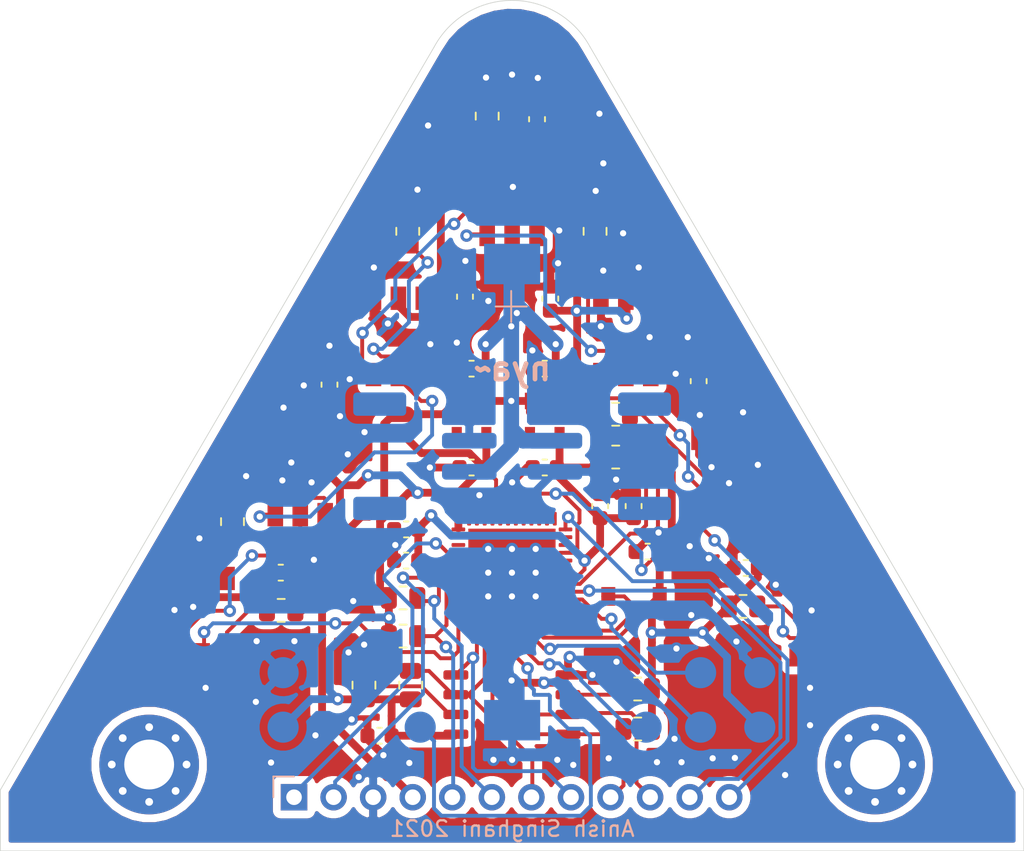
<source format=kicad_pcb>
(kicad_pcb (version 20171130) (host pcbnew "(5.1.9-0-10_14)")
  (layers (0 F.Cu signal hide) (31 B.Cu signal hide) (34 B.Paste user hide) (35 F.Paste user) (36 B.SilkS user hide) (37 F.SilkS user) (38 B.Mask user hide) (39 F.Mask user hide) (44 Edge.Cuts user))
  (net 0 "")
  (net 1 GND)
  (net 2 +3V3)
  (net 3 /+VSRC)
  (net 4 +1V2)
  (net 5 "Net-(D1-Pad3)")
  (net 6 "Net-(D3-Pad1)")
  (net 7 /SPI_MISO)
  (net 8 /SPI_MOSI)
  (net 9 /CDONE)
  (net 10 /SPI_SCK)
  (net 11 /SPI_CS#)
  (net 12 /CRESET#)
  (net 13 /SPI_WP#)
  (net 14 /SPI_HOLD#)
  (net 15 "Net-(R8-Pad1)")
  (net 16 /GPIO_4)
  (net 17 /GPIO_3)
  (net 18 /GPIO_2)
  (net 19 /GPIO_1)
  (net 20 /GPIO_5)
  (net 21 /GPIO_6)
  (net 22 /GPIO_7)
  (net 23 /GPIO_8)
  (net 24 "Net-(D2-Pad3)")
  (net 25 "Net-(D4-Pad3)")
  (net 26 "Net-(D5-Pad3)")
  (net 27 "Net-(D6-Pad3)")
  (net 28 "Net-(D7-Pad3)")
  (net 29 "Net-(D8-Pad3)")
  (net 30 /RGB_CTRL)
  (net 31 "Net-(D1-Pad1)")
  (net 32 "Net-(D1-Pad2)")
  (net 33 "Net-(D2-Pad1)")
  (net 34 "Net-(D2-Pad2)")
  (net 35 "Net-(D4-Pad1)")
  (net 36 "Net-(D4-Pad2)")
  (module Diode_SMD:D_SOD-123 (layer F.Cu) (at 236.525 97.7)
    (fp_text reference D3 hide)
    (fp_text value MBR130)
    (pad 2 smd rect (at 1.65 0) (size 0.9 1.2) (layers F.Cu F.Paste F.Mask) (net 2 +3V3))
    (pad 1 smd rect (at -1.65 0) (size 0.9 1.2) (layers F.Cu F.Paste F.Mask) (net 6 "Net-(D3-Pad1)"))
  )
  (module Package_SO:SOIC-8_5.23x5.23mm_P1.27mm (layer F.Cu) (at 228.6889 104.6491 180)
    (fp_text reference U1 hide)
    (fp_text value W25Q32JVSS hide)
    (pad 8 smd roundrect (at 3.6 -1.905 180) (size 1.6 0.6) (layers F.Cu F.Paste F.Mask) (net 2 +3V3))
    (pad 7 smd roundrect (at 3.6 -0.635 180) (size 1.6 0.6) (layers F.Cu F.Paste F.Mask) (net 14 /SPI_HOLD#))
    (pad 6 smd roundrect (at 3.6 0.635 180) (size 1.6 0.6) (layers F.Cu F.Paste F.Mask) (net 10 /SPI_SCK))
    (pad 5 smd roundrect (at 3.6 1.905 180) (size 1.6 0.6) (layers F.Cu F.Paste F.Mask) (net 7 /SPI_MISO))
    (pad 4 smd roundrect (at -3.6 1.905 180) (size 1.6 0.6) (layers F.Cu F.Paste F.Mask) (net 1 GND))
    (pad 3 smd roundrect (at -3.6 0.635 180) (size 1.6 0.6) (layers F.Cu F.Paste F.Mask) (net 13 /SPI_WP#))
    (pad 2 smd roundrect (at -3.6 -0.635 180) (size 1.6 0.6) (layers F.Cu F.Paste F.Mask) (net 8 /SPI_MOSI))
    (pad 1 smd roundrect (at -3.6 -1.905 180) (size 1.6 0.6) (layers F.Cu F.Paste F.Mask) (net 11 /SPI_CS#))
  )
  (module Jumper:SolderJumper-2_P1.3mm_Open_RoundedPad1.0x1.5mm (layer F.Cu) (at 221.6889 86.6491 270)
    (fp_text reference JP1 hide)
    (fp_text value 3.3-BYPASS hide)
    (pad 2 smd custom (at 0.65 0 270) (size 1 0.5) (layers F.Cu F.Mask) (net 2 +3V3) (options (clearance outline) (anchor rect)) (primitives (gr_circle (center 0 0.25) (end 0.5 0.25) (width 0)) (gr_circle (center 0 -0.25) (end 0.5 -0.25) (width 0)) (gr_poly (pts (xy 0 -0.75) (xy -0.5 -0.75) (xy -0.5 0.75) (xy 0 0.75)) (width 0))))
    (pad 1 smd custom (at -0.65 0 270) (size 1 0.5) (layers F.Cu F.Mask) (net 3 /+VSRC) (options (clearance outline) (anchor rect)) (primitives (gr_circle (center 0 0.25) (end 0.5 0.25) (width 0)) (gr_circle (center 0 -0.25) (end 0.5 -0.25) (width 0)) (gr_poly (pts (xy 0 -0.75) (xy 0.5 -0.75) (xy 0.5 0.75) (xy 0 0.75)) (width 0))))
  )
  (module Package_TO_SOT_SMD:SOT-23-5 (layer F.Cu) (at 226.0962 86.2468 270)
    (fp_text reference U3 hide)
    (fp_text value MIC5504-3.3YM5 hide)
    (pad 5 smd rect (at 1.1 -0.95 270) (size 1.06 0.65) (layers F.Cu F.Paste F.Mask) (net 2 +3V3))
    (pad 4 smd rect (at 1.1 0.95 270) (size 1.06 0.65) (layers F.Cu F.Paste F.Mask))
    (pad 3 smd rect (at -1.1 0.95 270) (size 1.06 0.65) (layers F.Cu F.Paste F.Mask) (net 3 /+VSRC))
    (pad 2 smd rect (at -1.1 0 270) (size 1.06 0.65) (layers F.Cu F.Paste F.Mask) (net 1 GND))
    (pad 1 smd rect (at -1.1 -0.95 270) (size 1.06 0.65) (layers F.Cu F.Paste F.Mask) (net 3 /+VSRC))
  )
  (module Package_TO_SOT_SMD:SOT-23-5 (layer F.Cu) (at 230.7952 86.2468 270)
    (fp_text reference U2 hide)
    (fp_text value MIC5504-1.2YM5 hide)
    (pad 5 smd rect (at 1.1 -0.95 270) (size 1.06 0.65) (layers F.Cu F.Paste F.Mask) (net 4 +1V2))
    (pad 4 smd rect (at 1.1 0.95 270) (size 1.06 0.65) (layers F.Cu F.Paste F.Mask))
    (pad 3 smd rect (at -1.1 0.95 270) (size 1.06 0.65) (layers F.Cu F.Paste F.Mask) (net 3 /+VSRC))
    (pad 2 smd rect (at -1.1 0 270) (size 1.06 0.65) (layers F.Cu F.Paste F.Mask) (net 1 GND))
    (pad 1 smd rect (at -1.1 -0.95 270) (size 1.06 0.65) (layers F.Cu F.Paste F.Mask) (net 3 /+VSRC))
  )
  (module TestPoint:TestPoint_Pad_D2.0mm (layer B.Cu) (at 214 102.6 180)
    (fp_text reference TP2 hide)
    (fp_text value TP_GND)
    (pad 1 smd circle (at 0 0 180) (size 2 2) (layers B.Cu B.Mask) (net 1 GND))
  )
  (module TestPoint:TestPoint_Pad_D2.0mm (layer B.Cu) (at 214 106.1 180)
    (fp_text reference TP1 hide)
    (fp_text value TP_3V3)
    (pad 1 smd circle (at 0 0 180) (size 2 2) (layers B.Cu B.Mask) (net 2 +3V3))
  )
  (module TestPoint:TestPoint_Pad_D2.0mm (layer B.Cu) (at 222.8 106.1 180)
    (fp_text reference TP3 hide)
    (fp_text value TP)
    (pad 1 smd circle (at 0 0 180) (size 2 2) (layers B.Cu B.Mask) (net 19 /GPIO_1))
  )
  (module TestPoint:TestPoint_Pad_D2.0mm (layer B.Cu) (at 237.3 106.1)
    (fp_text reference TP7 hide)
    (fp_text value TP)
    (pad 1 smd circle (at 0 0) (size 2 2) (layers B.Cu B.Mask) (net 18 /GPIO_2))
  )
  (module TestPoint:TestPoint_Pad_D2.0mm (layer B.Cu) (at 240.8 102.6)
    (fp_text reference TP11 hide)
    (fp_text value TP)
    (pad 1 smd circle (at 0 0) (size 2 2) (layers B.Cu B.Mask) (net 16 /GPIO_4))
  )
  (module TestPoint:TestPoint_Pad_D2.0mm (layer B.Cu) (at 244.6 102.6 180)
    (fp_text reference TP5 hide)
    (fp_text value TP_GND)
    (pad 1 smd circle (at 0 0 180) (size 2 2) (layers B.Cu B.Mask) (net 1 GND))
  )
  (module TestPoint:TestPoint_Pad_D2.0mm (layer B.Cu) (at 240.8 106.1)
    (fp_text reference TP10 hide)
    (fp_text value TP)
    (pad 1 smd circle (at 0 0) (size 2 2) (layers B.Cu B.Mask) (net 17 /GPIO_3))
  )
  (module TestPoint:TestPoint_Pad_D2.0mm (layer B.Cu) (at 244.6 106.1 180)
    (fp_text reference TP4 hide)
    (fp_text value TP_3V3)
    (pad 1 smd circle (at 0 0 180) (size 2 2) (layers B.Cu B.Mask) (net 2 +3V3))
  )
  (module Connector_JST:JST_PH_S2B-PH-SM4-TB_1x02-1MP_P2.00mm_Horizontal (layer B.Cu) (at 223.1 88.7 90)
    (fp_text reference J2 hide)
    (fp_text value BATT-L)
    (pad MP smd roundrect (at 3.35 -2.9 90) (size 1.5 3.4) (layers B.Cu B.Paste B.Mask) (roundrect_rratio 0.1666666666666667))
    (pad MP smd roundrect (at -3.35 -2.9 90) (size 1.5 3.4) (layers B.Cu B.Paste B.Mask) (roundrect_rratio 0.1666666666666667))
    (pad 2 smd roundrect (at 1 2.85 90) (size 1 3.5) (layers B.Cu B.Paste B.Mask) (net 1 GND))
    (pad 1 smd roundrect (at -1 2.85 90) (size 1 3.5) (layers B.Cu B.Paste B.Mask) (net 3 /+VSRC))
  )
  (module Connector_JST:JST_PH_S2B-PH-SM4-TB_1x02-1MP_P2.00mm_Horizontal (layer B.Cu) (at 234.3 88.7 270)
    (fp_text reference J1 hide)
    (fp_text value BATT-R)
    (pad MP smd roundrect (at 3.35 -2.9 270) (size 1.5 3.4) (layers B.Cu B.Paste B.Mask) (roundrect_rratio 0.1666666666666667))
    (pad MP smd roundrect (at -3.35 -2.9 270) (size 1.5 3.4) (layers B.Cu B.Paste B.Mask) (roundrect_rratio 0.1666666666666667))
    (pad 2 smd roundrect (at 1 2.85 270) (size 1 3.5) (layers B.Cu B.Paste B.Mask) (net 1 GND))
    (pad 1 smd roundrect (at -1 2.85 270) (size 1 3.5) (layers B.Cu B.Paste B.Mask) (net 3 /+VSRC))
  )
  (module Battery:BatteryHolder_Keystone_1060_1x2032 (layer B.Cu) (at 228.7 91 270)
    (fp_text reference BT1 hide)
    (fp_text value CR2032)
    (pad 1 smd rect (at -14.65 0 90) (size 2.6 3.6) (layers B.Cu B.Paste B.Mask) (net 3 /+VSRC))
    (pad 2 smd rect (at 14.65 0 90) (size 2.6 3.6) (layers B.Cu B.Paste B.Mask) (net 1 GND))
  )
  (module Package_DFN_QFN:QFN-48-1EP_7x7mm_P0.5mm_EP5.6x5.6mm (layer F.Cu) (at 228.6889 96.1491)
    (fp_text reference U4 hide)
    (fp_text value ICE40UP5K-SG48ITR hide)
    (pad 49 smd rect (at 0 0) (size 5.6 5.6) (layers F.Cu F.Mask) (net 1 GND))
    (pad 48 smd roundrect (at -2.75 -3.4375) (size 0.25 0.875) (layers F.Cu F.Paste F.Mask))
    (pad 47 smd roundrect (at -2.25 -3.4375) (size 0.25 0.875) (layers F.Cu F.Paste F.Mask))
    (pad 46 smd roundrect (at -1.75 -3.4375) (size 0.25 0.875) (layers F.Cu F.Paste F.Mask))
    (pad 45 smd roundrect (at -1.25 -3.4375) (size 0.25 0.875) (layers F.Cu F.Paste F.Mask))
    (pad 44 smd roundrect (at -0.75 -3.4375) (size 0.25 0.875) (layers F.Cu F.Paste F.Mask))
    (pad 43 smd roundrect (at -0.25 -3.4375) (size 0.25 0.875) (layers F.Cu F.Paste F.Mask))
    (pad 42 smd roundrect (at 0.25 -3.4375) (size 0.25 0.875) (layers F.Cu F.Paste F.Mask))
    (pad 41 smd roundrect (at 0.75 -3.4375) (size 0.25 0.875) (layers F.Cu F.Paste F.Mask))
    (pad 40 smd roundrect (at 1.25 -3.4375) (size 0.25 0.875) (layers F.Cu F.Paste F.Mask))
    (pad 39 smd roundrect (at 1.75 -3.4375) (size 0.25 0.875) (layers F.Cu F.Paste F.Mask))
    (pad 38 smd roundrect (at 2.25 -3.4375) (size 0.25 0.875) (layers F.Cu F.Paste F.Mask))
    (pad 37 smd roundrect (at 2.75 -3.4375) (size 0.25 0.875) (layers F.Cu F.Paste F.Mask))
    (pad 36 smd roundrect (at 3.4375 -2.75) (size 0.875 0.25) (layers F.Cu F.Paste F.Mask) (net 23 /GPIO_8))
    (pad 35 smd roundrect (at 3.4375 -2.25) (size 0.875 0.25) (layers F.Cu F.Paste F.Mask))
    (pad 34 smd roundrect (at 3.4375 -1.75) (size 0.875 0.25) (layers F.Cu F.Paste F.Mask))
    (pad 33 smd roundrect (at 3.4375 -1.25) (size 0.875 0.25) (layers F.Cu F.Paste F.Mask) (net 2 +3V3))
    (pad 32 smd roundrect (at 3.4375 -0.75) (size 0.875 0.25) (layers F.Cu F.Paste F.Mask))
    (pad 31 smd roundrect (at 3.4375 -0.25) (size 0.875 0.25) (layers F.Cu F.Paste F.Mask))
    (pad 30 smd roundrect (at 3.4375 0.25) (size 0.875 0.25) (layers F.Cu F.Paste F.Mask) (net 4 +1V2))
    (pad 29 smd roundrect (at 3.4375 0.75) (size 0.875 0.25) (layers F.Cu F.Paste F.Mask) (net 15 "Net-(R8-Pad1)"))
    (pad 28 smd roundrect (at 3.4375 1.25) (size 0.875 0.25) (layers F.Cu F.Paste F.Mask) (net 22 /GPIO_7))
    (pad 27 smd roundrect (at 3.4375 1.75) (size 0.875 0.25) (layers F.Cu F.Paste F.Mask) (net 16 /GPIO_4))
    (pad 26 smd roundrect (at 3.4375 2.25) (size 0.875 0.25) (layers F.Cu F.Paste F.Mask))
    (pad 25 smd roundrect (at 3.4375 2.75) (size 0.875 0.25) (layers F.Cu F.Paste F.Mask))
    (pad 24 smd roundrect (at 2.75 3.4375) (size 0.25 0.875) (layers F.Cu F.Paste F.Mask) (net 6 "Net-(D3-Pad1)"))
    (pad 23 smd roundrect (at 2.25 3.4375) (size 0.25 0.875) (layers F.Cu F.Paste F.Mask))
    (pad 22 smd roundrect (at 1.75 3.4375) (size 0.25 0.875) (layers F.Cu F.Paste F.Mask) (net 2 +3V3))
    (pad 21 smd roundrect (at 1.25 3.4375) (size 0.25 0.875) (layers F.Cu F.Paste F.Mask) (net 17 /GPIO_3))
    (pad 20 smd roundrect (at 0.75 3.4375) (size 0.25 0.875) (layers F.Cu F.Paste F.Mask) (net 18 /GPIO_2))
    (pad 19 smd roundrect (at 0.25 3.4375) (size 0.25 0.875) (layers F.Cu F.Paste F.Mask))
    (pad 18 smd roundrect (at -0.25 3.4375) (size 0.25 0.875) (layers F.Cu F.Paste F.Mask) (net 19 /GPIO_1))
    (pad 17 smd roundrect (at -0.75 3.4375) (size 0.25 0.875) (layers F.Cu F.Paste F.Mask) (net 8 /SPI_MOSI))
    (pad 16 smd roundrect (at -1.25 3.4375) (size 0.25 0.875) (layers F.Cu F.Paste F.Mask) (net 11 /SPI_CS#))
    (pad 15 smd roundrect (at -1.75 3.4375) (size 0.25 0.875) (layers F.Cu F.Paste F.Mask) (net 10 /SPI_SCK))
    (pad 14 smd roundrect (at -2.25 3.4375) (size 0.25 0.875) (layers F.Cu F.Paste F.Mask) (net 7 /SPI_MISO))
    (pad 13 smd roundrect (at -2.75 3.4375) (size 0.25 0.875) (layers F.Cu F.Paste F.Mask))
    (pad 12 smd roundrect (at -3.4375 2.75) (size 0.875 0.25) (layers F.Cu F.Paste F.Mask) (net 30 /RGB_CTRL))
    (pad 11 smd roundrect (at -3.4375 2.25) (size 0.875 0.25) (layers F.Cu F.Paste F.Mask))
    (pad 10 smd roundrect (at -3.4375 1.75) (size 0.875 0.25) (layers F.Cu F.Paste F.Mask))
    (pad 9 smd roundrect (at -3.4375 1.25) (size 0.875 0.25) (layers F.Cu F.Paste F.Mask))
    (pad 8 smd roundrect (at -3.4375 0.75) (size 0.875 0.25) (layers F.Cu F.Paste F.Mask) (net 12 /CRESET#))
    (pad 7 smd roundrect (at -3.4375 0.25) (size 0.875 0.25) (layers F.Cu F.Paste F.Mask) (net 9 /CDONE))
    (pad 6 smd roundrect (at -3.4375 -0.25) (size 0.875 0.25) (layers F.Cu F.Paste F.Mask) (net 21 /GPIO_6))
    (pad 5 smd roundrect (at -3.4375 -0.75) (size 0.875 0.25) (layers F.Cu F.Paste F.Mask) (net 4 +1V2))
    (pad 4 smd roundrect (at -3.4375 -1.25) (size 0.875 0.25) (layers F.Cu F.Paste F.Mask) (net 20 /GPIO_5))
    (pad 3 smd roundrect (at -3.4375 -1.75) (size 0.875 0.25) (layers F.Cu F.Paste F.Mask))
    (pad 2 smd roundrect (at -3.4375 -2.25) (size 0.875 0.25) (layers F.Cu F.Paste F.Mask))
    (pad 1 smd roundrect (at -3.4375 -2.75) (size 0.875 0.25) (layers F.Cu F.Paste F.Mask) (net 2 +3V3))
  )
  (module LED_SMD:LED_WS2812_PLCC6_5.0x5.0mm_P1.6mm (layer F.Cu) (at 208.8 99 90)
    (fp_text reference D8 hide)
    (fp_text value WS2812-L3 hide)
    (pad 1 smd rect (at -2.45 -1.6 90) (size 1.5 1) (layers F.Cu F.Paste F.Mask) (net 34 "Net-(D2-Pad2)"))
    (pad 2 smd rect (at -2.45 0 90) (size 1.5 1) (layers F.Cu F.Paste F.Mask) (net 30 /RGB_CTRL))
    (pad 3 smd rect (at -2.45 1.6 90) (size 1.5 1) (layers F.Cu F.Paste F.Mask) (net 29 "Net-(D8-Pad3)"))
    (pad 6 smd rect (at 2.45 -1.6 90) (size 1.5 1) (layers F.Cu F.Paste F.Mask) (net 1 GND))
    (pad 5 smd rect (at 2.45 0 90) (size 1.5 1) (layers F.Cu F.Paste F.Mask) (net 2 +3V3))
    (pad 4 smd rect (at 2.45 1.6 90) (size 1.5 1) (layers F.Cu F.Paste F.Mask))
  )
  (module LED_SMD:LED_WS2812_PLCC6_5.0x5.0mm_P1.6mm (layer F.Cu) (at 215.1 90 90)
    (fp_text reference D2 hide)
    (fp_text value WS2812-L2 hide)
    (pad 1 smd rect (at -2.45 -1.6 90) (size 1.5 1) (layers F.Cu F.Paste F.Mask) (net 33 "Net-(D2-Pad1)"))
    (pad 2 smd rect (at -2.45 0 90) (size 1.5 1) (layers F.Cu F.Paste F.Mask) (net 34 "Net-(D2-Pad2)"))
    (pad 3 smd rect (at -2.45 1.6 90) (size 1.5 1) (layers F.Cu F.Paste F.Mask) (net 24 "Net-(D2-Pad3)"))
    (pad 6 smd rect (at 2.45 -1.6 90) (size 1.5 1) (layers F.Cu F.Paste F.Mask) (net 1 GND))
    (pad 5 smd rect (at 2.45 0 90) (size 1.5 1) (layers F.Cu F.Paste F.Mask) (net 2 +3V3))
    (pad 4 smd rect (at 2.45 1.6 90) (size 1.5 1) (layers F.Cu F.Paste F.Mask))
  )
  (module LED_SMD:LED_WS2812_PLCC6_5.0x5.0mm_P1.6mm (layer F.Cu) (at 221.4 81 90)
    (fp_text reference D6 hide)
    (fp_text value WS2812-L1 hide)
    (pad 1 smd rect (at -2.45 -1.6 90) (size 1.5 1) (layers F.Cu F.Paste F.Mask) (net 32 "Net-(D1-Pad2)"))
    (pad 2 smd rect (at -2.45 0 90) (size 1.5 1) (layers F.Cu F.Paste F.Mask) (net 33 "Net-(D2-Pad1)"))
    (pad 3 smd rect (at -2.45 1.6 90) (size 1.5 1) (layers F.Cu F.Paste F.Mask) (net 27 "Net-(D6-Pad3)"))
    (pad 6 smd rect (at 2.45 -1.6 90) (size 1.5 1) (layers F.Cu F.Paste F.Mask) (net 1 GND))
    (pad 5 smd rect (at 2.45 0 90) (size 1.5 1) (layers F.Cu F.Paste F.Mask) (net 2 +3V3))
    (pad 4 smd rect (at 2.45 1.6 90) (size 1.5 1) (layers F.Cu F.Paste F.Mask))
  )
  (module LED_SMD:LED_WS2812_PLCC6_5.0x5.0mm_P1.6mm (layer F.Cu) (at 228.7 72 90)
    (fp_text reference D1 hide)
    (fp_text value WS2812-TOP hide)
    (pad 1 smd rect (at -2.45 -1.6 90) (size 1.5 1) (layers F.Cu F.Paste F.Mask) (net 31 "Net-(D1-Pad1)"))
    (pad 2 smd rect (at -2.45 0 90) (size 1.5 1) (layers F.Cu F.Paste F.Mask) (net 32 "Net-(D1-Pad2)"))
    (pad 3 smd rect (at -2.45 1.6 90) (size 1.5 1) (layers F.Cu F.Paste F.Mask) (net 5 "Net-(D1-Pad3)"))
    (pad 6 smd rect (at 2.45 -1.6 90) (size 1.5 1) (layers F.Cu F.Paste F.Mask) (net 1 GND))
    (pad 5 smd rect (at 2.45 0 90) (size 1.5 1) (layers F.Cu F.Paste F.Mask) (net 2 +3V3))
    (pad 4 smd rect (at 2.45 1.6 90) (size 1.5 1) (layers F.Cu F.Paste F.Mask))
  )
  (module LED_SMD:LED_WS2812_PLCC6_5.0x5.0mm_P1.6mm (layer F.Cu) (at 236 81 90)
    (fp_text reference D5 hide)
    (fp_text value WS2812-R1 hide)
    (pad 1 smd rect (at -2.45 -1.6 90) (size 1.5 1) (layers F.Cu F.Paste F.Mask) (net 36 "Net-(D4-Pad2)"))
    (pad 2 smd rect (at -2.45 0 90) (size 1.5 1) (layers F.Cu F.Paste F.Mask) (net 31 "Net-(D1-Pad1)"))
    (pad 3 smd rect (at -2.45 1.6 90) (size 1.5 1) (layers F.Cu F.Paste F.Mask) (net 26 "Net-(D5-Pad3)"))
    (pad 6 smd rect (at 2.45 -1.6 90) (size 1.5 1) (layers F.Cu F.Paste F.Mask) (net 1 GND))
    (pad 5 smd rect (at 2.45 0 90) (size 1.5 1) (layers F.Cu F.Paste F.Mask) (net 2 +3V3))
    (pad 4 smd rect (at 2.45 1.6 90) (size 1.5 1) (layers F.Cu F.Paste F.Mask))
  )
  (module LED_SMD:LED_WS2812_PLCC6_5.0x5.0mm_P1.6mm (layer F.Cu) (at 242.3 90 90)
    (fp_text reference D4 hide)
    (fp_text value WS2812-R2 hide)
    (pad 1 smd rect (at -2.45 -1.6 90) (size 1.5 1) (layers F.Cu F.Paste F.Mask) (net 35 "Net-(D4-Pad1)"))
    (pad 2 smd rect (at -2.45 0 90) (size 1.5 1) (layers F.Cu F.Paste F.Mask) (net 36 "Net-(D4-Pad2)"))
    (pad 3 smd rect (at -2.45 1.6 90) (size 1.5 1) (layers F.Cu F.Paste F.Mask) (net 25 "Net-(D4-Pad3)"))
    (pad 6 smd rect (at 2.45 -1.6 90) (size 1.5 1) (layers F.Cu F.Paste F.Mask) (net 1 GND))
    (pad 5 smd rect (at 2.45 0 90) (size 1.5 1) (layers F.Cu F.Paste F.Mask) (net 2 +3V3))
    (pad 4 smd rect (at 2.45 1.6 90) (size 1.5 1) (layers F.Cu F.Paste F.Mask))
  )
  (module LED_SMD:LED_WS2812_PLCC6_5.0x5.0mm_P1.6mm (layer F.Cu) (at 248.6 99 90)
    (fp_text reference D7 hide)
    (fp_text value WS2812-R3 hide)
    (pad 1 smd rect (at -2.45 -1.6 90) (size 1.5 1) (layers F.Cu F.Paste F.Mask))
    (pad 2 smd rect (at -2.45 0 90) (size 1.5 1) (layers F.Cu F.Paste F.Mask) (net 35 "Net-(D4-Pad1)"))
    (pad 3 smd rect (at -2.45 1.6 90) (size 1.5 1) (layers F.Cu F.Paste F.Mask) (net 28 "Net-(D7-Pad3)"))
    (pad 6 smd rect (at 2.45 -1.6 90) (size 1.5 1) (layers F.Cu F.Paste F.Mask) (net 1 GND))
    (pad 5 smd rect (at 2.45 0 90) (size 1.5 1) (layers F.Cu F.Paste F.Mask) (net 2 +3V3))
    (pad 4 smd rect (at 2.45 1.6 90) (size 1.5 1) (layers F.Cu F.Paste F.Mask))
  )
  (module Connector_PinHeader_2.54mm:PinHeader_1x12_P2.54mm_Vertical (layer B.Cu) (at 214.7 110.6 270)
    (fp_text reference J3 hide)
    (fp_text value "Debug Header")
    (pad 12 thru_hole oval (at 0 -27.94 270) (size 1.7 1.7) (drill 1) (layers *.Cu *.Mask) (net 23 /GPIO_8))
    (pad 11 thru_hole oval (at 0 -25.4 270) (size 1.7 1.7) (drill 1) (layers *.Cu *.Mask) (net 22 /GPIO_7))
    (pad 10 thru_hole oval (at 0 -22.86 270) (size 1.7 1.7) (drill 1) (layers *.Cu *.Mask) (net 8 /SPI_MOSI))
    (pad 9 thru_hole oval (at 0 -20.32 270) (size 1.7 1.7) (drill 1) (layers *.Cu *.Mask) (net 11 /SPI_CS#))
    (pad 8 thru_hole oval (at 0 -17.78 270) (size 1.7 1.7) (drill 1) (layers *.Cu *.Mask) (net 7 /SPI_MISO))
    (pad 7 thru_hole oval (at 0 -15.24 270) (size 1.7 1.7) (drill 1) (layers *.Cu *.Mask) (net 10 /SPI_SCK))
    (pad 6 thru_hole oval (at 0 -12.7 270) (size 1.7 1.7) (drill 1) (layers *.Cu *.Mask) (net 9 /CDONE))
    (pad 5 thru_hole oval (at 0 -10.16 270) (size 1.7 1.7) (drill 1) (layers *.Cu *.Mask) (net 12 /CRESET#))
    (pad 4 thru_hole oval (at 0 -7.62 270) (size 1.7 1.7) (drill 1) (layers *.Cu *.Mask) (net 3 /+VSRC))
    (pad 3 thru_hole oval (at 0 -5.08 270) (size 1.7 1.7) (drill 1) (layers *.Cu *.Mask) (net 1 GND))
    (pad 2 thru_hole oval (at 0 -2.54 270) (size 1.7 1.7) (drill 1) (layers *.Cu *.Mask) (net 21 /GPIO_6))
    (pad 1 thru_hole rect (at 0 0 270) (size 1.7 1.7) (drill 1) (layers *.Cu *.Mask) (net 20 /GPIO_5))
  )
  (module Resistor_SMD:R_0805_2012Metric (layer F.Cu) (at 210.75 92.9 90)
    (fp_text reference R2 hide)
    (fp_text value 2K2)
    (pad 2 smd roundrect (at 0.9125 0 90) (size 1.025 1.4) (layers F.Cu F.Paste F.Mask) (roundrect_rratio 0.2439004878048781) (net 24 "Net-(D2-Pad3)"))
    (pad 1 smd roundrect (at -0.9125 0 90) (size 1.025 1.4) (layers F.Cu F.Paste F.Mask) (roundrect_rratio 0.2439004878048781) (net 2 +3V3))
  )
  (module MountingHole:MountingHole_3.2mm_M3_Pad_Via (layer F.Cu) (at 252 108.5)
    (fp_text reference H2 hide)
    (fp_text value MountingHole-R)
    (pad 1 thru_hole circle (at 1.697056 -1.697056) (size 0.8 0.8) (drill 0.5) (layers *.Cu *.Mask))
    (pad 1 thru_hole circle (at 0 -2.4) (size 0.8 0.8) (drill 0.5) (layers *.Cu *.Mask))
    (pad 1 thru_hole circle (at -1.697056 -1.697056) (size 0.8 0.8) (drill 0.5) (layers *.Cu *.Mask))
    (pad 1 thru_hole circle (at -2.4 0) (size 0.8 0.8) (drill 0.5) (layers *.Cu *.Mask))
    (pad 1 thru_hole circle (at -1.697056 1.697056) (size 0.8 0.8) (drill 0.5) (layers *.Cu *.Mask))
    (pad 1 thru_hole circle (at 0 2.4) (size 0.8 0.8) (drill 0.5) (layers *.Cu *.Mask))
    (pad 1 thru_hole circle (at 1.697056 1.697056) (size 0.8 0.8) (drill 0.5) (layers *.Cu *.Mask))
    (pad 1 thru_hole circle (at 2.4 0) (size 0.8 0.8) (drill 0.5) (layers *.Cu *.Mask))
    (pad 1 thru_hole circle (at 0 0) (size 6.4 6.4) (drill 3.2) (layers *.Cu *.Mask))
  )
  (module MountingHole:MountingHole_3.2mm_M3_Pad_Via (layer F.Cu) (at 205.4 108.5)
    (fp_text reference H1 hide)
    (fp_text value MountingHole-L)
    (pad 1 thru_hole circle (at 1.697056 -1.697056) (size 0.8 0.8) (drill 0.5) (layers *.Cu *.Mask))
    (pad 1 thru_hole circle (at 0 -2.4) (size 0.8 0.8) (drill 0.5) (layers *.Cu *.Mask))
    (pad 1 thru_hole circle (at -1.697056 -1.697056) (size 0.8 0.8) (drill 0.5) (layers *.Cu *.Mask))
    (pad 1 thru_hole circle (at -2.4 0) (size 0.8 0.8) (drill 0.5) (layers *.Cu *.Mask))
    (pad 1 thru_hole circle (at -1.697056 1.697056) (size 0.8 0.8) (drill 0.5) (layers *.Cu *.Mask))
    (pad 1 thru_hole circle (at 0 2.4) (size 0.8 0.8) (drill 0.5) (layers *.Cu *.Mask))
    (pad 1 thru_hole circle (at 1.697056 1.697056) (size 0.8 0.8) (drill 0.5) (layers *.Cu *.Mask))
    (pad 1 thru_hole circle (at 2.4 0) (size 0.8 0.8) (drill 0.5) (layers *.Cu *.Mask))
    (pad 1 thru_hole circle (at 0 0) (size 6.4 6.4) (drill 3.2) (layers *.Cu *.Mask))
  )
  (module Resistor_SMD:R_0805_2012Metric (layer F.Cu) (at 213.875 98.6 180)
    (fp_text reference R14 hide)
    (fp_text value 2K2)
    (pad 2 smd roundrect (at 0.9125 0 180) (size 1.025 1.4) (layers F.Cu F.Paste F.Mask) (roundrect_rratio 0.2439004878048781) (net 29 "Net-(D8-Pad3)"))
    (pad 1 smd roundrect (at -0.9125 0 180) (size 1.025 1.4) (layers F.Cu F.Paste F.Mask) (roundrect_rratio 0.2439004878048781) (net 2 +3V3))
  )
  (module Capacitor_SMD:C_0603_1608Metric (layer F.Cu) (at 213.85 96.175 180)
    (fp_text reference C17 hide)
    (fp_text value 100n)
    (pad 2 smd roundrect (at 0.775 0 180) (size 0.9 0.95) (layers F.Cu F.Paste F.Mask) (net 2 +3V3))
    (pad 1 smd roundrect (at -0.775 0 180) (size 0.9 0.95) (layers F.Cu F.Paste F.Mask) (net 1 GND))
  )
  (module Resistor_SMD:R_0805_2012Metric (layer F.Cu) (at 243.525 98.345)
    (fp_text reference R13 hide)
    (fp_text value 2K2)
    (pad 2 smd roundrect (at 0.9125 0) (size 1.025 1.4) (layers F.Cu F.Paste F.Mask) (roundrect_rratio 0.2439004878048781) (net 28 "Net-(D7-Pad3)"))
    (pad 1 smd roundrect (at -0.9125 0) (size 1.025 1.4) (layers F.Cu F.Paste F.Mask) (roundrect_rratio 0.2439004878048781) (net 2 +3V3))
  )
  (module Capacitor_SMD:C_0603_1608Metric (layer F.Cu) (at 243.7 95.875)
    (fp_text reference C16 hide)
    (fp_text value 100n)
    (pad 2 smd roundrect (at 0.775 0) (size 0.9 0.95) (layers F.Cu F.Paste F.Mask) (net 2 +3V3))
    (pad 1 smd roundrect (at -0.775 0) (size 0.9 0.95) (layers F.Cu F.Paste F.Mask) (net 1 GND))
  )
  (module Resistor_SMD:R_0805_2012Metric (layer F.Cu) (at 222 74.25 270)
    (fp_text reference R12 hide)
    (fp_text value 2K2)
    (pad 2 smd roundrect (at 0.9125 0 270) (size 1.025 1.4) (layers F.Cu F.Paste F.Mask) (roundrect_rratio 0.2439004878048781) (net 27 "Net-(D6-Pad3)"))
    (pad 1 smd roundrect (at -0.9125 0 270) (size 1.025 1.4) (layers F.Cu F.Paste F.Mask) (roundrect_rratio 0.2439004878048781) (net 2 +3V3))
  )
  (module Resistor_SMD:R_0805_2012Metric (layer F.Cu) (at 234.025 74.25 270)
    (fp_text reference R11 hide)
    (fp_text value 2K2)
    (pad 2 smd roundrect (at 0.9125 0 270) (size 1.025 1.4) (layers F.Cu F.Paste F.Mask) (roundrect_rratio 0.2439004878048781) (net 26 "Net-(D5-Pad3)"))
    (pad 1 smd roundrect (at -0.9125 0 270) (size 1.025 1.4) (layers F.Cu F.Paste F.Mask) (roundrect_rratio 0.2439004878048781) (net 2 +3V3))
  )
  (module Resistor_SMD:R_0805_2012Metric (layer F.Cu) (at 235.35 86)
    (fp_text reference R10 hide)
    (fp_text value 2K2)
    (pad 2 smd roundrect (at 0.9125 0) (size 1.025 1.4) (layers F.Cu F.Paste F.Mask) (roundrect_rratio 0.2439004878048781) (net 25 "Net-(D4-Pad3)"))
    (pad 1 smd roundrect (at -0.9125 0) (size 1.025 1.4) (layers F.Cu F.Paste F.Mask) (roundrect_rratio 0.2439004878048781) (net 2 +3V3))
  )
  (module Capacitor_SMD:C_0603_1608Metric (layer F.Cu) (at 225.675 78.45 270)
    (fp_text reference C15 hide)
    (fp_text value 100n)
    (pad 2 smd roundrect (at 0.775 0 270) (size 0.9 0.95) (layers F.Cu F.Paste F.Mask) (net 2 +3V3))
    (pad 1 smd roundrect (at -0.775 0 270) (size 0.9 0.95) (layers F.Cu F.Paste F.Mask) (net 1 GND))
  )
  (module Capacitor_SMD:C_0603_1608Metric (layer F.Cu) (at 231.15 78.575 270)
    (fp_text reference C14 hide)
    (fp_text value 100n)
    (pad 2 smd roundrect (at 0.775 0 270) (size 0.9 0.95) (layers F.Cu F.Paste F.Mask) (net 2 +3V3))
    (pad 1 smd roundrect (at -0.775 0 270) (size 0.9 0.95) (layers F.Cu F.Paste F.Mask) (net 1 GND))
  )
  (module Capacitor_SMD:C_0603_1608Metric (layer F.Cu) (at 240.675 83.875 270)
    (fp_text reference C11 hide)
    (fp_text value 100n)
    (pad 2 smd roundrect (at 0.775 0 270) (size 0.9 0.95) (layers F.Cu F.Paste F.Mask) (net 2 +3V3))
    (pad 1 smd roundrect (at -0.775 0 270) (size 0.9 0.95) (layers F.Cu F.Paste F.Mask) (net 1 GND))
  )
  (module Capacitor_SMD:C_0603_1608Metric (layer F.Cu) (at 216.975 84.1 270)
    (fp_text reference C8 hide)
    (fp_text value 100n)
    (pad 2 smd roundrect (at 0.775 0 270) (size 0.9 0.95) (layers F.Cu F.Paste F.Mask) (net 2 +3V3))
    (pad 1 smd roundrect (at -0.775 0 270) (size 0.9 0.95) (layers F.Cu F.Paste F.Mask) (net 1 GND))
  )
  (module Capacitor_SMD:C_0603_1608Metric (layer F.Cu) (at 230.3 67.05 270)
    (fp_text reference C1 hide)
    (fp_text value 100n)
    (pad 2 smd roundrect (at 0.775 0 270) (size 0.9 0.95) (layers F.Cu F.Paste F.Mask) (net 2 +3V3))
    (pad 1 smd roundrect (at -0.775 0 270) (size 0.9 0.95) (layers F.Cu F.Paste F.Mask) (net 1 GND))
  )
  (module Resistor_SMD:R_0805_2012Metric (layer F.Cu) (at 221.7 97.8)
    (fp_text reference R9 hide)
    (fp_text value 2K2)
    (pad 2 smd roundrect (at 0.9125 0) (size 1.025 1.4) (layers F.Cu F.Paste F.Mask) (roundrect_rratio 0.2439004878048781) (net 9 /CDONE))
    (pad 1 smd roundrect (at -0.9125 0) (size 1.025 1.4) (layers F.Cu F.Paste F.Mask) (roundrect_rratio 0.2439004878048781) (net 2 +3V3))
  )
  (module Resistor_SMD:R_0805_2012Metric (layer F.Cu) (at 235.35 88.75 180)
    (fp_text reference R8 hide)
    (fp_text value 100R)
    (pad 2 smd roundrect (at 0.9125 0 180) (size 1.025 1.4) (layers F.Cu F.Paste F.Mask) (roundrect_rratio 0.2439004878048781) (net 4 +1V2))
    (pad 1 smd roundrect (at -0.9125 0 180) (size 1.025 1.4) (layers F.Cu F.Paste F.Mask) (roundrect_rratio 0.2439004878048781) (net 15 "Net-(R8-Pad1)"))
  )
  (module Resistor_SMD:R_0805_2012Metric (layer F.Cu) (at 221.7 100.25)
    (fp_text reference R7 hide)
    (fp_text value 2K2)
    (pad 2 smd roundrect (at 0.9125 0) (size 1.025 1.4) (layers F.Cu F.Paste F.Mask) (roundrect_rratio 0.2439004878048781) (net 12 /CRESET#))
    (pad 1 smd roundrect (at -0.9125 0) (size 1.025 1.4) (layers F.Cu F.Paste F.Mask) (roundrect_rratio 0.2439004878048781) (net 2 +3V3))
  )
  (module Resistor_SMD:R_0805_2012Metric (layer F.Cu) (at 219.1889 103.4 90)
    (fp_text reference R6 hide)
    (fp_text value 10K)
    (pad 2 smd roundrect (at 0.9125 0 90) (size 1.025 1.4) (layers F.Cu F.Paste F.Mask) (roundrect_rratio 0.2439004878048781) (net 14 /SPI_HOLD#))
    (pad 1 smd roundrect (at -0.9125 0 90) (size 1.025 1.4) (layers F.Cu F.Paste F.Mask) (roundrect_rratio 0.2439004878048781) (net 2 +3V3))
  )
  (module Resistor_SMD:R_0805_2012Metric (layer F.Cu) (at 236.762 103.6491)
    (fp_text reference R5 hide)
    (fp_text value 10K)
    (pad 2 smd roundrect (at 0.9125 0) (size 1.025 1.4) (layers F.Cu F.Paste F.Mask) (roundrect_rratio 0.2439004878048781) (net 2 +3V3))
    (pad 1 smd roundrect (at -0.9125 0) (size 1.025 1.4) (layers F.Cu F.Paste F.Mask) (roundrect_rratio 0.2439004878048781) (net 13 /SPI_WP#))
  )
  (module Resistor_SMD:R_0805_2012Metric (layer F.Cu) (at 236.762 106.218 180)
    (fp_text reference R4 hide)
    (fp_text value 10K)
    (pad 2 smd roundrect (at 0.9125 0 180) (size 1.025 1.4) (layers F.Cu F.Paste F.Mask) (roundrect_rratio 0.2439004878048781) (net 11 /SPI_CS#))
    (pad 1 smd roundrect (at -0.9125 0 180) (size 1.025 1.4) (layers F.Cu F.Paste F.Mask) (roundrect_rratio 0.2439004878048781) (net 2 +3V3))
  )
  (module Resistor_SMD:R_0805_2012Metric (layer F.Cu) (at 222.1889 103.4 90)
    (fp_text reference R3 hide)
    (fp_text value 10K)
    (pad 2 smd roundrect (at 0.9125 0 90) (size 1.025 1.4) (layers F.Cu F.Paste F.Mask) (roundrect_rratio 0.2439004878048781) (net 10 /SPI_SCK))
    (pad 1 smd roundrect (at -0.9125 0 90) (size 1.025 1.4) (layers F.Cu F.Paste F.Mask) (roundrect_rratio 0.2439004878048781) (net 2 +3V3))
  )
  (module Resistor_SMD:R_0805_2012Metric (layer F.Cu) (at 227.1 66.85 270)
    (fp_text reference R1 hide)
    (fp_text value 2K2)
    (pad 2 smd roundrect (at 0.9125 0 270) (size 1.025 1.4) (layers F.Cu F.Paste F.Mask) (roundrect_rratio 0.2439004878048781) (net 5 "Net-(D1-Pad3)"))
    (pad 1 smd roundrect (at -0.9125 0 270) (size 1.025 1.4) (layers F.Cu F.Paste F.Mask) (roundrect_rratio 0.2439004878048781) (net 2 +3V3))
  )
  (module Capacitor_SMD:C_0603_1608Metric (layer F.Cu) (at 236.5 91.9 90)
    (fp_text reference C13 hide)
    (fp_text value 100n)
    (pad 2 smd roundrect (at 0.775 0 90) (size 0.9 0.95) (layers F.Cu F.Paste F.Mask) (net 1 GND))
    (pad 1 smd roundrect (at -0.775 0 90) (size 0.9 0.95) (layers F.Cu F.Paste F.Mask) (net 4 +1V2))
  )
  (module Capacitor_SMD:C_0603_1608Metric (layer F.Cu) (at 221.9 93.4 180)
    (fp_text reference C12 hide)
    (fp_text value 10n)
    (pad 2 smd roundrect (at 0.775 0 180) (size 0.9 0.95) (layers F.Cu F.Paste F.Mask) (net 1 GND))
    (pad 1 smd roundrect (at -0.775 0 180) (size 0.9 0.95) (layers F.Cu F.Paste F.Mask) (net 4 +1V2))
  )
  (module Capacitor_SMD:C_0603_1608Metric (layer F.Cu) (at 234.35 91.9 90)
    (fp_text reference C10 hide)
    (fp_text value 10u)
    (pad 2 smd roundrect (at 0.775 0 90) (size 0.9 0.95) (layers F.Cu F.Paste F.Mask) (net 1 GND))
    (pad 1 smd roundrect (at -0.775 0 90) (size 0.9 0.95) (layers F.Cu F.Paste F.Mask) (net 4 +1V2))
  )
  (module Capacitor_SMD:C_0603_1608Metric (layer F.Cu) (at 221.9 95.4 180)
    (fp_text reference C9 hide)
    (fp_text value 100n)
    (pad 2 smd roundrect (at 0.775 0 180) (size 0.9 0.95) (layers F.Cu F.Paste F.Mask) (net 1 GND))
    (pad 1 smd roundrect (at -0.775 0 180) (size 0.9 0.95) (layers F.Cu F.Paste F.Mask) (net 4 +1V2))
  )
  (module Capacitor_SMD:C_0603_1608Metric (layer F.Cu) (at 237.4 94.825 180)
    (fp_text reference C7 hide)
    (fp_text value 100n)
    (pad 2 smd roundrect (at 0.775 0 180) (size 0.9 0.95) (layers F.Cu F.Paste F.Mask) (net 1 GND))
    (pad 1 smd roundrect (at -0.775 0 180) (size 0.9 0.95) (layers F.Cu F.Paste F.Mask) (net 2 +3V3))
  )
  (module Capacitor_SMD:C_0603_1608Metric (layer F.Cu) (at 226.0962 89.4218 180)
    (fp_text reference C6 hide)
    (fp_text value 1u)
    (pad 2 smd roundrect (at 0.775 0 180) (size 0.9 0.95) (layers F.Cu F.Paste F.Mask) (net 1 GND))
    (pad 1 smd roundrect (at -0.775 0 180) (size 0.9 0.95) (layers F.Cu F.Paste F.Mask) (net 2 +3V3))
  )
  (module Capacitor_SMD:C_0603_1608Metric (layer F.Cu) (at 230.7952 89.4218 180)
    (fp_text reference C5 hide)
    (fp_text value 1u)
    (pad 2 smd roundrect (at 0.775 0 180) (size 0.9 0.95) (layers F.Cu F.Paste F.Mask) (net 1 GND))
    (pad 1 smd roundrect (at -0.775 0 180) (size 0.9 0.95) (layers F.Cu F.Paste F.Mask) (net 4 +1V2))
  )
  (module Capacitor_SMD:C_0603_1608Metric (layer F.Cu) (at 226.0962 83.0718 180)
    (fp_text reference C4 hide)
    (fp_text value 1u)
    (pad 2 smd roundrect (at 0.775 0 180) (size 0.9 0.95) (layers F.Cu F.Paste F.Mask) (net 1 GND))
    (pad 1 smd roundrect (at -0.775 0 180) (size 0.9 0.95) (layers F.Cu F.Paste F.Mask) (net 3 /+VSRC))
  )
  (module Capacitor_SMD:C_0603_1608Metric (layer F.Cu) (at 230.7952 83.0718 180)
    (fp_text reference C3 hide)
    (fp_text value 1u)
    (pad 2 smd roundrect (at 0.775 0 180) (size 0.9 0.95) (layers F.Cu F.Paste F.Mask) (net 1 GND))
    (pad 1 smd roundrect (at -0.775 0 180) (size 0.9 0.95) (layers F.Cu F.Paste F.Mask) (net 3 /+VSRC))
  )
  (module Capacitor_SMD:C_0603_1608Metric (layer F.Cu) (at 220.1889 106.6491 180)
    (fp_text reference C2 hide)
    (fp_text value 100n)
    (pad 2 smd roundrect (at 0.775 0 180) (size 0.9 0.95) (layers F.Cu F.Paste F.Mask) (net 1 GND))
    (pad 1 smd roundrect (at -0.775 0 180) (size 0.9 0.95) (layers F.Cu F.Paste F.Mask) (net 2 +3V3))
  )
  (gr_text nya~~ (at 228.705 83.065) (layer B.SilkS) (effects (font (size 1.5 1.5) (thickness 0.3)) (justify mirror)))
  (gr_line (start 195.85 114.05) (end 195.85 110.125) (layer Edge.Cuts) (width 0.05))
  (gr_line (start 261.55 114.05) (end 261.55 110.125) (layer Edge.Cuts) (width 0.05))
  (gr_text "Anish Singhani 2021" (at 228.7 112.625) (layer B.SilkS) (effects (font (size 1 1)) (justify mirror)))
  (gr_arc (start 228.7 65.1) (end 233.699999 62.400001) (angle -123.2619074) (layer Edge.Cuts) (width 0.05))
  (gr_line (start 261.55 114.05) (end 195.85 114.05) (layer Edge.Cuts) (width 0.05))
  (gr_line (start 233.7 62.4) (end 261.55 110.125) (layer Edge.Cuts) (width 0.05))
  (gr_line (start 223.7 62.4) (end 195.85 110.125) (layer Edge.Cuts) (width 0.05))
  (via (at 230.2129 94.6531) (size 0.8) (drill 0.4) (layers F.Cu B.Cu) (net 1))
  (via (at 230.2129 97.7011) (size 0.8) (drill 0.4) (layers F.Cu B.Cu) (net 1))
  (via (at 227.1649 97.7011) (size 0.8) (drill 0.4) (layers F.Cu B.Cu) (net 1))
  (via (at 227.1649 96.1771) (size 0.8) (drill 0.4) (layers F.Cu B.Cu) (net 1))
  (via (at 227.1649 94.6531) (size 0.8) (drill 0.4) (layers F.Cu B.Cu) (net 1))
  (via (at 228.6889 94.6531) (size 0.8) (drill 0.4) (layers F.Cu B.Cu) (net 1))
  (via (at 230.2129 96.1771) (size 0.8) (drill 0.4) (layers F.Cu B.Cu) (net 1))
  (via (at 228.6889 96.1771) (size 0.8) (drill 0.4) (layers F.Cu B.Cu) (net 1))
  (segment (start 230.7952 83.8468) (end 230.0202 83.0718) (width 0.5) (layer F.Cu) (net 1))
  (segment (start 230.7952 85.1468) (end 230.7952 83.8468) (width 0.5) (layer F.Cu) (net 1))
  (segment (start 226.0962 83.8468) (end 225.3212 83.0718) (width 0.5) (layer F.Cu) (net 1))
  (segment (start 226.0962 85.1468) (end 226.0962 83.8468) (width 0.5) (layer F.Cu) (net 1))
  (segment (start 219.4139 106.876628) (end 220.437636 107.900364) (width 0.5) (layer F.Cu) (net 1))
  (via (at 220.437636 107.900364) (size 0.8) (drill 0.4) (layers F.Cu B.Cu) (net 1))
  (segment (start 219.4139 106.6491) (end 219.4139 106.876628) (width 0.5) (layer F.Cu) (net 1))
  (via (at 221.2 94.4) (size 0.8) (drill 0.4) (layers F.Cu B.Cu) (net 1))
  (segment (start 225.3212 89.4218) (end 223.4218 89.4218) (width 0.5) (layer F.Cu) (net 1))
  (segment (start 223.4218 89.4218) (end 223.4218 89.4218) (width 0.5) (layer F.Cu) (net 1))
  (via (at 223.4218 89.4218) (size 0.8) (drill 0.4) (layers F.Cu B.Cu) (net 1))
  (segment (start 232.2889 102.7441) (end 233.8559 102.7441) (width 0.5) (layer F.Cu) (net 1))
  (segment (start 233.8559 102.7441) (end 233.8559 102.7441) (width 0.5) (layer F.Cu) (net 1))
  (via (at 233.8559 102.7441) (size 0.8) (drill 0.4) (layers F.Cu B.Cu) (net 1))
  (via (at 232.4 101.6) (size 0.8) (drill 0.4) (layers F.Cu B.Cu) (net 1))
  (segment (start 232.2889 101.7111) (end 232.4 101.6) (width 0.5) (layer F.Cu) (net 1))
  (segment (start 232.2889 102.7441) (end 232.2889 101.7111) (width 0.5) (layer F.Cu) (net 1))
  (segment (start 228.6889 105.3389) (end 229 105.65) (width 0.5) (layer B.Cu) (net 1))
  (via (at 228.6889 97.7011) (size 0.8) (drill 0.4) (layers F.Cu B.Cu) (net 1))
  (via (at 228.7 90.375) (size 0.8) (drill 0.4) (layers F.Cu B.Cu) (net 1))
  (segment (start 229.6532 89.4218) (end 228.7 90.375) (width 0.5) (layer F.Cu) (net 1))
  (segment (start 230.0202 89.4218) (end 229.6532 89.4218) (width 0.5) (layer F.Cu) (net 1))
  (via (at 228.6639 103.1) (size 0.8) (drill 0.4) (layers F.Cu B.Cu) (net 1))
  (segment (start 229 103.4361) (end 228.6639 103.1) (width 1) (layer B.Cu) (net 1))
  (segment (start 229 105.65) (end 229 103.4361) (width 1) (layer B.Cu) (net 1))
  (segment (start 228.813901 103.250001) (end 228.6639 103.1) (width 0.5) (layer F.Cu) (net 1))
  (segment (start 231.782999 103.250001) (end 230.749999 103.250001) (width 0.5) (layer F.Cu) (net 1))
  (segment (start 232.2889 102.7441) (end 231.782999 103.250001) (width 0.5) (layer F.Cu) (net 1))
  (segment (start 227.564899 98.101099) (end 227.564899 103.364899) (width 1) (layer B.Cu) (net 1))
  (segment (start 227.1649 97.7011) (end 227.564899 98.101099) (width 1) (layer B.Cu) (net 1))
  (segment (start 229 104.8) (end 229 105.65) (width 1) (layer B.Cu) (net 1))
  (segment (start 227.564899 103.364899) (end 229 104.8) (width 1) (layer B.Cu) (net 1))
  (segment (start 230.749999 103.250001) (end 228.813901 103.250001) (width 0.5) (layer F.Cu) (net 1))
  (via (at 230.749999 103.250001) (size 0.8) (drill 0.4) (layers F.Cu B.Cu) (net 1))
  (via (at 234.9 108.1) (size 0.8) (drill 0.4) (layers F.Cu B.Cu) (net 1))
  (via (at 231.6 108.2) (size 0.8) (drill 0.4) (layers F.Cu B.Cu) (net 1))
  (via (at 227.5 108.2) (size 0.8) (drill 0.4) (layers F.Cu B.Cu) (net 1))
  (via (at 222.1 108.4) (size 0.8) (drill 0.4) (layers F.Cu B.Cu) (net 1))
  (via (at 218.4 105.6) (size 0.8) (drill 0.4) (layers F.Cu B.Cu) (net 1))
  (via (at 219.2 100.8) (size 0.8) (drill 0.4) (layers F.Cu B.Cu) (net 1))
  (via (at 218.5 98) (size 0.8) (drill 0.4) (layers F.Cu B.Cu) (net 1))
  (via (at 218.2 101.3) (size 0.8) (drill 0.4) (layers F.Cu B.Cu) (net 1))
  (via (at 243.1 100.6) (size 0.8) (drill 0.4) (layers F.Cu B.Cu) (net 1))
  (via (at 240.2 98.9) (size 0.8) (drill 0.4) (layers F.Cu B.Cu) (net 1))
  (via (at 235.4 101.9) (size 0.8) (drill 0.4) (layers F.Cu B.Cu) (net 1))
  (via (at 225.15 81.4) (size 0.8) (drill 0.4) (layers F.Cu B.Cu) (net 1))
  (via (at 223.45 81.5) (size 0.8) (drill 0.4) (layers F.Cu B.Cu) (net 1))
  (via (at 230 81.9) (size 0.8) (drill 0.4) (layers F.Cu B.Cu) (net 1))
  (segment (start 231.45 89.7) (end 229.7 91.45) (width 0.5) (layer B.Cu) (net 1))
  (via (at 226.6 91.2) (size 0.8) (drill 0.4) (layers F.Cu B.Cu) (net 1))
  (segment (start 226.85 91.45) (end 226.6 91.2) (width 0.5) (layer B.Cu) (net 1))
  (segment (start 229.7 91.45) (end 226.85 91.45) (width 0.5) (layer B.Cu) (net 1))
  (segment (start 236.625 94.825) (end 237.7 93.75) (width 0.5) (layer F.Cu) (net 1))
  (via (at 238.1 93.6) (size 0.8) (drill 0.4) (layers F.Cu B.Cu) (net 1))
  (segment (start 237.95 93.75) (end 238.1 93.6) (width 0.5) (layer F.Cu) (net 1))
  (segment (start 237.7 93.75) (end 237.95 93.75) (width 0.5) (layer F.Cu) (net 1))
  (via (at 214.525 89.1) (size 0.8) (drill 0.4) (layers F.Cu B.Cu) (net 1))
  (segment (start 213.5 88.075) (end 214.525 89.1) (width 0.5) (layer F.Cu) (net 1))
  (segment (start 213.5 87.55) (end 213.5 88.075) (width 0.5) (layer F.Cu) (net 1))
  (via (at 208.225 98.375) (size 0.8) (drill 0.4) (layers F.Cu B.Cu) (net 1))
  (segment (start 207.2 97.35) (end 208.225 98.375) (width 0.5) (layer F.Cu) (net 1))
  (segment (start 207.2 96.55) (end 207.2 97.35) (width 0.5) (layer F.Cu) (net 1))
  (via (at 215.975 95.35) (size 0.8) (drill 0.4) (layers F.Cu B.Cu) (net 1))
  (segment (start 215.15 96.175) (end 215.975 95.35) (width 0.5) (layer F.Cu) (net 1))
  (segment (start 214.625 96.175) (end 215.15 96.175) (width 0.5) (layer F.Cu) (net 1))
  (via (at 216.975 81.6) (size 0.8) (drill 0.4) (layers F.Cu B.Cu) (net 1))
  (segment (start 216.975 83.325) (end 216.975 81.6) (width 0.5) (layer F.Cu) (net 1))
  (segment (start 219.8 79.25) (end 220.725 80.175) (width 0.5) (layer F.Cu) (net 1))
  (via (at 220.725 80.175) (size 0.8) (drill 0.4) (layers F.Cu B.Cu) (net 1))
  (segment (start 219.8 78.55) (end 219.8 79.25) (width 0.5) (layer F.Cu) (net 1))
  (segment (start 230.3 64.45) (end 230.35 64.4) (width 0.5) (layer F.Cu) (net 1))
  (via (at 230.35 64.4) (size 0.8) (drill 0.4) (layers F.Cu B.Cu) (net 1))
  (segment (start 230.3 66.275) (end 230.3 64.45) (width 0.5) (layer F.Cu) (net 1))
  (via (at 234.4 80.35) (size 0.8) (drill 0.4) (layers F.Cu B.Cu) (net 1))
  (segment (start 234.4 78.55) (end 234.4 80.35) (width 0.5) (layer F.Cu) (net 1))
  (segment (start 240.675 81.75) (end 239.975 81.05) (width 0.5) (layer F.Cu) (net 1))
  (via (at 239.975 81.05) (size 0.8) (drill 0.4) (layers F.Cu B.Cu) (net 1))
  (segment (start 240.675 83.1) (end 240.675 81.75) (width 0.5) (layer F.Cu) (net 1))
  (segment (start 240.7 88.6) (end 241.5 89.4) (width 0.5) (layer F.Cu) (net 1))
  (via (at 241.5 89.4) (size 0.8) (drill 0.4) (layers F.Cu B.Cu) (net 1))
  (segment (start 240.7 87.55) (end 240.7 88.6) (width 0.5) (layer F.Cu) (net 1))
  (via (at 247.925 98.6) (size 0.8) (drill 0.4) (layers F.Cu B.Cu) (net 1))
  (segment (start 247 97.675) (end 247.925 98.6) (width 0.5) (layer F.Cu) (net 1))
  (segment (start 247 96.55) (end 247 97.675) (width 0.5) (layer F.Cu) (net 1))
  (via (at 241.325 95.25) (size 0.8) (drill 0.4) (layers F.Cu B.Cu) (net 1))
  (segment (start 241.95 95.875) (end 241.325 95.25) (width 0.5) (layer F.Cu) (net 1))
  (segment (start 242.925 95.875) (end 241.95 95.875) (width 0.5) (layer F.Cu) (net 1))
  (via (at 235.375 90.2) (size 0.8) (drill 0.4) (layers F.Cu B.Cu) (net 1))
  (segment (start 236.3 91.125) (end 235.375 90.2) (width 0.5) (layer F.Cu) (net 1))
  (segment (start 236.5 91.125) (end 236.3 91.125) (width 0.5) (layer F.Cu) (net 1))
  (via (at 245.625 96.95) (size 0.8) (drill 0.4) (layers F.Cu B.Cu) (net 1))
  (via (at 231.65 76.3) (size 0.8) (drill 0.4) (layers F.Cu B.Cu) (net 1))
  (segment (start 231.15 76.8) (end 231.65 76.3) (width 0.5) (layer F.Cu) (net 1))
  (segment (start 231.15 77.8) (end 231.15 76.8) (width 0.5) (layer F.Cu) (net 1))
  (via (at 228.75 71.4) (size 0.8) (drill 0.4) (layers F.Cu B.Cu) (net 1))
  (segment (start 227.1 70.8) (end 227.1 69.55) (width 0.5) (layer F.Cu) (net 1))
  (segment (start 227.7 71.4) (end 227.1 70.8) (width 0.5) (layer F.Cu) (net 1))
  (segment (start 228.75 71.4) (end 227.7 71.4) (width 0.5) (layer F.Cu) (net 1))
  (via (at 225.7 76.15) (size 0.8) (drill 0.4) (layers F.Cu B.Cu) (net 1))
  (via (at 227.175 78.725) (size 0.8) (drill 0.4) (layers F.Cu B.Cu) (net 1))
  (via (at 231.725 74.2) (size 0.8) (drill 0.4) (layers F.Cu B.Cu) (net 1))
  (via (at 219.225 87.15) (size 0.8) (drill 0.4) (layers F.Cu B.Cu) (net 1))
  (via (at 218.15 88.575) (size 0.8) (drill 0.4) (layers F.Cu B.Cu) (net 1))
  (via (at 217.65 86.125) (size 0.8) (drill 0.4) (layers F.Cu B.Cu) (net 1))
  (via (at 218.275 83.75) (size 0.8) (drill 0.4) (layers F.Cu B.Cu) (net 1))
  (via (at 215.325 84.15) (size 0.8) (drill 0.4) (layers F.Cu B.Cu) (net 1))
  (via (at 213.95 90.25) (size 0.8) (drill 0.4) (layers F.Cu B.Cu) (net 1))
  (via (at 215.825 90.375) (size 0.8) (drill 0.4) (layers F.Cu B.Cu) (net 1))
  (via (at 212.3 100.575) (size 0.8) (drill 0.4) (layers F.Cu B.Cu) (net 1))
  (via (at 214.725 100.575) (size 0.8) (drill 0.4) (layers F.Cu B.Cu) (net 1))
  (via (at 216.075 106.625) (size 0.8) (drill 0.4) (layers F.Cu B.Cu) (net 1))
  (via (at 228.7 108.2) (size 0.8) (drill 0.4) (layers F.Cu B.Cu) (net 1))
  (via (at 232.625 108.525) (size 0.8) (drill 0.4) (layers F.Cu B.Cu) (net 1))
  (via (at 238 108.35) (size 0.8) (drill 0.4) (layers F.Cu B.Cu) (net 1))
  (via (at 239.575 108.35) (size 0.8) (drill 0.4) (layers F.Cu B.Cu) (net 1))
  (via (at 243 108.075) (size 0.8) (drill 0.4) (layers F.Cu B.Cu) (net 1))
  (via (at 241.575 108.1) (size 0.8) (drill 0.4) (layers F.Cu B.Cu) (net 1))
  (via (at 239.125 106.85) (size 0.8) (drill 0.4) (layers F.Cu B.Cu) (net 1))
  (via (at 239.25 101.05) (size 0.8) (drill 0.4) (layers F.Cu B.Cu) (net 1))
  (via (at 240.1 94.475) (size 0.8) (drill 0.4) (layers F.Cu B.Cu) (net 1))
  (via (at 242.625 90.425) (size 0.8) (drill 0.4) (layers F.Cu B.Cu) (net 1))
  (via (at 244.475 89.25) (size 0.8) (drill 0.4) (layers F.Cu B.Cu) (net 1))
  (via (at 243.525 85.875) (size 0.8) (drill 0.4) (layers F.Cu B.Cu) (net 1))
  (via (at 240.75 86.05) (size 0.8) (drill 0.4) (layers F.Cu B.Cu) (net 1))
  (via (at 239.2 83.4) (size 0.8) (drill 0.4) (layers F.Cu B.Cu) (net 1))
  (via (at 237.525 81.05) (size 0.8) (drill 0.4) (layers F.Cu B.Cu) (net 1))
  (via (at 234.55 76.775) (size 0.8) (drill 0.4) (layers F.Cu B.Cu) (net 1))
  (via (at 234.305 66.695) (size 0.8) (drill 0.4) (layers F.Cu B.Cu) (net 1))
  (via (at 212.25 104.475) (size 0.8) (drill 0.4) (layers F.Cu B.Cu) (net 1))
  (via (at 218.85 109.3) (size 0.8) (drill 0.4) (layers F.Cu B.Cu) (net 1))
  (via (at 247.825 103.575) (size 0.8) (drill 0.4) (layers F.Cu B.Cu) (net 1))
  (via (at 247.825 105.975) (size 0.8) (drill 0.4) (layers F.Cu B.Cu) (net 1))
  (via (at 246.225 109.175) (size 0.8) (drill 0.4) (layers F.Cu B.Cu) (net 1))
  (via (at 213.225 108.375) (size 0.8) (drill 0.4) (layers F.Cu B.Cu) (net 1))
  (via (at 209.025 103.575) (size 0.8) (drill 0.4) (layers F.Cu B.Cu) (net 1))
  (via (at 207.025 98.575) (size 0.8) (drill 0.4) (layers F.Cu B.Cu) (net 1))
  (via (at 208.625 93.975) (size 0.8) (drill 0.4) (layers F.Cu B.Cu) (net 1))
  (via (at 211.625 89.975) (size 0.8) (drill 0.4) (layers F.Cu B.Cu) (net 1))
  (via (at 214.025 85.575) (size 0.8) (drill 0.4) (layers F.Cu B.Cu) (net 1))
  (via (at 219.825 76.575) (size 0.8) (drill 0.4) (layers F.Cu B.Cu) (net 1))
  (via (at 222.625 71.575) (size 0.8) (drill 0.4) (layers F.Cu B.Cu) (net 1))
  (via (at 223.305 67.455) (size 0.8) (drill 0.4) (layers F.Cu B.Cu) (net 1))
  (via (at 234.555 69.885) (size 0.8) (drill 0.4) (layers F.Cu B.Cu) (net 1))
  (via (at 234.065 71.655) (size 0.8) (drill 0.4) (layers F.Cu B.Cu) (net 1))
  (via (at 227.025 64.375) (size 0.8) (drill 0.4) (layers F.Cu B.Cu) (net 1))
  (via (at 235.825 74.375) (size 0.8) (drill 0.4) (layers F.Cu B.Cu) (net 1))
  (via (at 236.825 76.575) (size 0.8) (drill 0.4) (layers F.Cu B.Cu) (net 1))
  (via (at 228.695 64.185) (size 0.8) (drill 0.4) (layers F.Cu B.Cu) (net 1))
  (segment (start 227.0462 89.2468) (end 226.8712 89.4218) (width 0.5) (layer F.Cu) (net 2))
  (segment (start 227.0462 87.3468) (end 227.0462 89.2468) (width 0.5) (layer F.Cu) (net 2))
  (segment (start 220.5755 100.462) (end 220.7875 100.25) (width 0.25) (layer F.Cu) (net 2))
  (segment (start 224.9939 106.6491) (end 225.0889 106.5541) (width 0.5) (layer F.Cu) (net 2))
  (segment (start 220.9639 106.6491) (end 224.9939 106.6491) (width 0.5) (layer F.Cu) (net 2))
  (segment (start 220.9639 104.3741) (end 221.0255 104.3125) (width 0.5) (layer F.Cu) (net 2))
  (segment (start 220.9639 106.6491) (end 220.9639 105.3741) (width 0.5) (layer F.Cu) (net 2))
  (segment (start 221.0255 104.3125) (end 222.1889 104.3125) (width 0.5) (layer F.Cu) (net 2))
  (segment (start 237.6745 103.6491) (end 237.6745 106.218) (width 0.5) (layer F.Cu) (net 2))
  (segment (start 237.6745 98.2005) (end 238.175 97.7) (width 0.5) (layer F.Cu) (net 2))
  (segment (start 238.175 97.7) (end 238.175 94.825) (width 0.5) (layer F.Cu) (net 2))
  (segment (start 222.88659 88.49679) (end 221.6889 87.2991) (width 0.5) (layer F.Cu) (net 2))
  (segment (start 225.94619 88.49679) (end 222.88659 88.49679) (width 0.5) (layer F.Cu) (net 2))
  (segment (start 226.8712 89.4218) (end 225.94619 88.49679) (width 0.5) (layer F.Cu) (net 2))
  (segment (start 220.9639 105.3741) (end 220.9639 104.3741) (width 0.5) (layer F.Cu) (net 2))
  (via (at 220.7875 99.0505) (size 0.8) (drill 0.4) (layers F.Cu B.Cu) (net 2))
  (segment (start 220.9639 99.2269) (end 220.7875 99.0505) (width 0.5) (layer B.Cu) (net 2))
  (segment (start 220.7875 99.0505) (end 220.7875 100.25) (width 0.5) (layer F.Cu) (net 2))
  (segment (start 220.7875 99.0505) (end 220.7875 97.8) (width 0.5) (layer F.Cu) (net 2))
  (segment (start 235.52589 100.34911) (end 237.6745 98.2005) (width 0.25) (layer F.Cu) (net 2))
  (segment (start 230.715888 100.34911) (end 235.52589 100.34911) (width 0.25) (layer F.Cu) (net 2))
  (segment (start 230.4389 100.072122) (end 230.715888 100.34911) (width 0.25) (layer F.Cu) (net 2))
  (segment (start 230.4389 99.5866) (end 230.4389 100.072122) (width 0.25) (layer F.Cu) (net 2))
  (segment (start 226.8712 89.4218) (end 225.2514 91.0416) (width 0.5) (layer F.Cu) (net 2))
  (segment (start 232.1264 94.8991) (end 232.611922 94.8991) (width 0.25) (layer F.Cu) (net 2))
  (segment (start 232.611922 94.8991) (end 232.88891 94.622112) (width 0.25) (layer F.Cu) (net 2))
  (segment (start 238.175 94.825) (end 237 96) (width 0.25) (layer F.Cu) (net 2))
  (segment (start 225.2514 91.0416) (end 225.2514 91.2486) (width 0.5) (layer F.Cu) (net 2))
  (segment (start 225.2514 92.2486) (end 225.2514 93.32409) (width 0.5) (layer F.Cu) (net 2))
  (segment (start 225.2514 91.0416) (end 225.2514 92.2486) (width 0.5) (layer F.Cu) (net 2))
  (segment (start 226.8712 89.4218) (end 227.67121 90.22181) (width 0.25) (layer F.Cu) (net 2))
  (segment (start 237.6745 103.6491) (end 237.6745 100.6745) (width 0.5) (layer F.Cu) (net 2))
  (segment (start 220.22499 97.23749) (end 220.7875 97.8) (width 0.5) (layer F.Cu) (net 2))
  (segment (start 220.22499 92.8704) (end 220.22499 97.23749) (width 0.5) (layer F.Cu) (net 2))
  (segment (start 222.05379 91.0416) (end 220.22499 92.8704) (width 0.5) (layer F.Cu) (net 2))
  (segment (start 219.1889 104.3125) (end 220.8125 104.3125) (width 0.5) (layer F.Cu) (net 2))
  (segment (start 220.8125 104.3125) (end 221.0255 104.3125) (width 0.5) (layer F.Cu) (net 2))
  (via (at 217.5 104.3) (size 0.8) (drill 0.4) (layers F.Cu B.Cu) (net 2))
  (segment (start 217.5125 104.3125) (end 217.5 104.3) (width 0.5) (layer F.Cu) (net 2))
  (segment (start 219.1889 104.3125) (end 217.5125 104.3125) (width 0.5) (layer F.Cu) (net 2))
  (segment (start 227.67121 90.22181) (end 227.67121 90.67121) (width 0.25) (layer F.Cu) (net 2))
  (segment (start 227.67121 90.67121) (end 228.1 91.1) (width 0.25) (layer F.Cu) (net 2))
  (via (at 237 96) (size 0.8) (drill 0.4) (layers F.Cu B.Cu) (net 2))
  (segment (start 233.571454 92.071454) (end 234.171454 92.071454) (width 0.25) (layer B.Cu) (net 2))
  (segment (start 237 94.9) (end 237 96) (width 0.25) (layer B.Cu) (net 2))
  (segment (start 234.171454 92.071454) (end 237 94.9) (width 0.25) (layer B.Cu) (net 2))
  (segment (start 219.0495 99.0505) (end 220.7875 99.0505) (width 0.5) (layer B.Cu) (net 2))
  (segment (start 217 101.1) (end 219.0495 99.0505) (width 0.5) (layer B.Cu) (net 2))
  (segment (start 217 103.8) (end 217 101.1) (width 0.5) (layer B.Cu) (net 2))
  (segment (start 217.5 104.3) (end 217 103.8) (width 0.5) (layer B.Cu) (net 2))
  (segment (start 215.8 104.3) (end 214 106.1) (width 0.5) (layer B.Cu) (net 2))
  (segment (start 217.5 104.3) (end 215.8 104.3) (width 0.5) (layer B.Cu) (net 2))
  (segment (start 244.6 106.1) (end 242.5 104) (width 0.5) (layer B.Cu) (net 2))
  (segment (start 242.5 104) (end 242.5 101.6) (width 0.5) (layer B.Cu) (net 2))
  (via (at 237.6745 100.0255) (size 0.8) (drill 0.4) (layers F.Cu B.Cu) (net 2))
  (segment (start 242.5 101.6) (end 240.9255 100.0255) (width 0.5) (layer B.Cu) (net 2))
  (segment (start 240.9255 100.0255) (end 237.6745 100.0255) (width 0.5) (layer B.Cu) (net 2))
  (segment (start 237.6745 100.0255) (end 237.6745 98.2005) (width 0.5) (layer F.Cu) (net 2))
  (segment (start 237.6745 100.6745) (end 237.6745 100.0255) (width 0.5) (layer F.Cu) (net 2))
  (segment (start 233.025001 92.175001) (end 231.95 91.1) (width 0.25) (layer F.Cu) (net 2))
  (segment (start 233.025001 92.948001) (end 233.025001 92.175001) (width 0.25) (layer F.Cu) (net 2))
  (segment (start 232.88891 93.084092) (end 233.025001 92.948001) (width 0.25) (layer F.Cu) (net 2))
  (segment (start 232.88891 94.622112) (end 232.88891 93.084092) (width 0.25) (layer F.Cu) (net 2))
  (segment (start 232.6 91.1) (end 231.5 91.1) (width 0.25) (layer B.Cu) (net 2))
  (segment (start 233.571454 92.071454) (end 232.6 91.1) (width 0.25) (layer B.Cu) (net 2))
  (via (at 231.5 91.1) (size 0.8) (drill 0.4) (layers F.Cu B.Cu) (net 2))
  (segment (start 231.5 91.1) (end 231.95 91.1) (width 0.25) (layer F.Cu) (net 2))
  (segment (start 228.1 91.1) (end 231.5 91.1) (width 0.25) (layer F.Cu) (net 2))
  (segment (start 213.075 96.8875) (end 214.7875 98.6) (width 0.5) (layer F.Cu) (net 2))
  (segment (start 213.075 96.175) (end 213.075 96.8875) (width 0.5) (layer F.Cu) (net 2))
  (segment (start 215.1 86.75) (end 215.1 87.55) (width 0.5) (layer F.Cu) (net 2))
  (segment (start 216.975 84.875) (end 215.1 86.75) (width 0.5) (layer F.Cu) (net 2))
  (segment (start 209.539999 97.750001) (end 208.8 97.010002) (width 0.5) (layer F.Cu) (net 2))
  (segment (start 208.8 97.010002) (end 208.8 96.55) (width 0.5) (layer F.Cu) (net 2))
  (segment (start 211.499999 97.750001) (end 209.539999 97.750001) (width 0.5) (layer F.Cu) (net 2))
  (segment (start 213.075 96.175) (end 211.499999 97.750001) (width 0.5) (layer F.Cu) (net 2))
  (segment (start 228.4125 65.9375) (end 230.3 67.825) (width 0.5) (layer F.Cu) (net 2))
  (segment (start 227.1 65.9375) (end 228.4125 65.9375) (width 0.5) (layer F.Cu) (net 2))
  (segment (start 229.175 67.825) (end 230.3 67.825) (width 0.5) (layer F.Cu) (net 2))
  (segment (start 228.7 68.3) (end 229.175 67.825) (width 0.5) (layer F.Cu) (net 2))
  (segment (start 228.7 69.55) (end 228.7 68.3) (width 0.5) (layer F.Cu) (net 2))
  (segment (start 234.025 73.3375) (end 234.4625 73.3375) (width 0.5) (layer F.Cu) (net 2))
  (segment (start 242.475 87.375) (end 242.3 87.55) (width 0.5) (layer F.Cu) (net 2))
  (segment (start 244.475 96.4825) (end 242.6125 98.345) (width 0.5) (layer F.Cu) (net 2))
  (segment (start 244.475 95.875) (end 244.475 96.4825) (width 0.5) (layer F.Cu) (net 2))
  (segment (start 248.6 96.089998) (end 248.6 96.55) (width 0.5) (layer F.Cu) (net 2))
  (segment (start 247.860001 95.349999) (end 248.6 96.089998) (width 0.5) (layer F.Cu) (net 2))
  (segment (start 244.475 95.875) (end 245.000001 95.349999) (width 0.5) (layer F.Cu) (net 2))
  (segment (start 242.606 98.345) (end 240.9255 100.0255) (width 0.5) (layer F.Cu) (net 2))
  (via (at 240.9255 100.0255) (size 0.8) (drill 0.4) (layers F.Cu B.Cu) (net 2))
  (segment (start 242.6125 98.345) (end 242.606 98.345) (width 0.5) (layer F.Cu) (net 2))
  (segment (start 234.025 73.3375) (end 233.487491 72.799991) (width 0.5) (layer F.Cu) (net 2))
  (segment (start 214.7875 98.6) (end 215.225 98.6) (width 0.5) (layer F.Cu) (net 2))
  (segment (start 217.650001 90.560003) (end 215.1 88.010002) (width 0.5) (layer F.Cu) (net 2))
  (segment (start 215.1 88.010002) (end 215.1 87.55) (width 0.5) (layer F.Cu) (net 2))
  (segment (start 217.650001 96.174999) (end 217.650001 90.560003) (width 0.5) (layer F.Cu) (net 2))
  (segment (start 215.225 98.6) (end 217.650001 96.174999) (width 0.5) (layer F.Cu) (net 2))
  (via (at 219.45 89.925) (size 0.8) (drill 0.4) (layers F.Cu B.Cu) (net 2))
  (segment (start 218.814997 90.560003) (end 219.45 89.925) (width 0.5) (layer F.Cu) (net 2))
  (segment (start 217.650001 90.560003) (end 218.814997 90.560003) (width 0.5) (layer F.Cu) (net 2))
  (via (at 222.6334 91.0416) (size 0.8) (drill 0.4) (layers F.Cu B.Cu) (net 2))
  (segment (start 219.45 89.925) (end 221.5168 89.925) (width 0.5) (layer B.Cu) (net 2))
  (segment (start 221.5168 89.925) (end 222.6334 91.0416) (width 0.5) (layer B.Cu) (net 2))
  (segment (start 222.6334 91.0416) (end 222.05379 91.0416) (width 0.5) (layer F.Cu) (net 2))
  (segment (start 225.2514 91.0416) (end 222.6334 91.0416) (width 0.5) (layer F.Cu) (net 2))
  (segment (start 242.3 88.8) (end 245.774999 92.274999) (width 0.5) (layer F.Cu) (net 2))
  (segment (start 245.774999 95.349999) (end 247.860001 95.349999) (width 0.5) (layer F.Cu) (net 2))
  (segment (start 245.774999 92.274999) (end 245.774999 95.349999) (width 0.5) (layer F.Cu) (net 2))
  (segment (start 242.3 87.55) (end 242.3 88.8) (width 0.5) (layer F.Cu) (net 2))
  (segment (start 245.000001 95.349999) (end 245.774999 95.349999) (width 0.5) (layer F.Cu) (net 2))
  (segment (start 238.175 94.825) (end 238.950001 94.049999) (width 0.5) (layer F.Cu) (net 2))
  (segment (start 236.364976 87.15001) (end 235.58751 87.15001) (width 0.5) (layer F.Cu) (net 2))
  (segment (start 238.950001 89.735035) (end 236.364976 87.15001) (width 0.5) (layer F.Cu) (net 2))
  (segment (start 235.58751 87.15001) (end 234.4375 86) (width 0.5) (layer F.Cu) (net 2))
  (segment (start 238.950001 94.049999) (end 238.950001 89.735035) (width 0.5) (layer F.Cu) (net 2))
  (segment (start 233.024991 72.799991) (end 230.699991 72.799991) (width 0.5) (layer F.Cu) (net 2))
  (segment (start 232.87499 72.949992) (end 233.024991 72.799991) (width 0.5) (layer F.Cu) (net 2))
  (segment (start 234.4375 86) (end 232.87499 84.43749) (width 0.5) (layer F.Cu) (net 2))
  (segment (start 233.487491 72.799991) (end 233.024991 72.799991) (width 0.5) (layer F.Cu) (net 2))
  (segment (start 240.675 84.65) (end 241.2 84.65) (width 0.5) (layer F.Cu) (net 2))
  (segment (start 242.3 85.75) (end 242.3 87.55) (width 0.5) (layer F.Cu) (net 2))
  (segment (start 241.2 84.65) (end 242.3 85.75) (width 0.5) (layer F.Cu) (net 2))
  (segment (start 231.15 79.35) (end 232.87498 79.35) (width 0.5) (layer F.Cu) (net 2))
  (segment (start 232.87498 79.35) (end 232.87499 79.35001) (width 0.5) (layer F.Cu) (net 2))
  (segment (start 232.87499 79.35001) (end 232.87499 72.949992) (width 0.5) (layer F.Cu) (net 2))
  (segment (start 232.87499 84.43749) (end 232.87499 79.35001) (width 0.5) (layer F.Cu) (net 2))
  (via (at 232.849999 79.35001) (size 0.8) (drill 0.4) (layers F.Cu B.Cu) (net 2))
  (segment (start 232.87499 79.35001) (end 232.849999 79.35001) (width 0.5) (layer F.Cu) (net 2))
  (segment (start 235.55001 79.35001) (end 236.05 79.85) (width 0.5) (layer B.Cu) (net 2))
  (via (at 236.05 79.85) (size 0.8) (drill 0.4) (layers F.Cu B.Cu) (net 2))
  (segment (start 232.849999 79.35001) (end 235.55001 79.35001) (width 0.5) (layer B.Cu) (net 2))
  (segment (start 236.05 78.6) (end 236 78.55) (width 0.5) (layer F.Cu) (net 2))
  (segment (start 236.05 79.85) (end 236.05 78.6) (width 0.5) (layer F.Cu) (net 2))
  (segment (start 224.12501 77.67501) (end 225.675 79.225) (width 0.5) (layer F.Cu) (net 2))
  (segment (start 227.1 65.9375) (end 224.12501 68.91249) (width 0.5) (layer F.Cu) (net 2))
  (segment (start 221.4 79.010002) (end 221.4 78.55) (width 0.5) (layer F.Cu) (net 2))
  (segment (start 222.139999 79.750001) (end 221.4 79.010002) (width 0.5) (layer F.Cu) (net 2))
  (segment (start 225.149999 79.750001) (end 222.139999 79.750001) (width 0.5) (layer F.Cu) (net 2))
  (segment (start 225.675 79.225) (end 225.149999 79.750001) (width 0.5) (layer F.Cu) (net 2))
  (segment (start 224.12501 68.91249) (end 224.12501 72.92501) (width 0.5) (layer F.Cu) (net 2))
  (segment (start 224.12501 72.92501) (end 224.12501 77.67501) (width 0.5) (layer F.Cu) (net 2))
  (segment (start 222.41249 72.92501) (end 222 73.3375) (width 0.5) (layer F.Cu) (net 2))
  (segment (start 224.12501 72.92501) (end 222.41249 72.92501) (width 0.5) (layer F.Cu) (net 2))
  (segment (start 208.8 95.7625) (end 208.8 96.55) (width 0.5) (layer F.Cu) (net 2))
  (segment (start 210.75 93.8125) (end 208.8 95.7625) (width 0.5) (layer F.Cu) (net 2))
  (segment (start 228.7 70.010002) (end 229.439999 70.750001) (width 0.5) (layer F.Cu) (net 2))
  (segment (start 228.7 69.55) (end 228.7 70.010002) (width 0.5) (layer F.Cu) (net 2))
  (segment (start 229.439999 70.750001) (end 230.050001 70.750001) (width 0.5) (layer F.Cu) (net 2))
  (segment (start 230.699991 71.399991) (end 230.699991 72.799991) (width 0.5) (layer F.Cu) (net 2))
  (segment (start 230.050001 70.750001) (end 230.699991 71.399991) (width 0.5) (layer F.Cu) (net 2))
  (segment (start 231.7452 83.2468) (end 231.5702 83.0718) (width 0.5) (layer F.Cu) (net 3))
  (segment (start 231.7452 85.1468) (end 231.7452 83.2468) (width 0.5) (layer F.Cu) (net 3))
  (segment (start 230.110199 86.126801) (end 231.480201 86.126801) (width 0.5) (layer F.Cu) (net 3))
  (segment (start 231.7452 85.861802) (end 231.7452 85.1468) (width 0.5) (layer F.Cu) (net 3))
  (segment (start 231.480201 86.126801) (end 231.7452 85.861802) (width 0.5) (layer F.Cu) (net 3))
  (segment (start 229.8452 85.861802) (end 230.110199 86.126801) (width 0.5) (layer F.Cu) (net 3))
  (segment (start 229.8452 85.1468) (end 229.8452 85.861802) (width 0.5) (layer F.Cu) (net 3))
  (segment (start 227.0462 83.2468) (end 226.8712 83.0718) (width 0.5) (layer F.Cu) (net 3))
  (segment (start 227.0462 85.1468) (end 227.0462 83.2468) (width 0.5) (layer F.Cu) (net 3))
  (segment (start 226.781201 86.126801) (end 227.0462 85.861802) (width 0.5) (layer F.Cu) (net 3))
  (segment (start 227.0462 85.861802) (end 227.0462 85.1468) (width 0.5) (layer F.Cu) (net 3))
  (segment (start 225.411199 86.126801) (end 226.781201 86.126801) (width 0.5) (layer F.Cu) (net 3))
  (segment (start 225.1462 85.861802) (end 225.411199 86.126801) (width 0.5) (layer F.Cu) (net 3))
  (segment (start 225.1462 85.1468) (end 225.1462 85.861802) (width 0.5) (layer F.Cu) (net 3))
  (segment (start 224.881198 85.5968) (end 225.411199 86.126801) (width 0.5) (layer F.Cu) (net 3))
  (segment (start 224.2939 85.9991) (end 225.1462 85.1468) (width 0.5) (layer F.Cu) (net 3))
  (segment (start 221.6889 85.9991) (end 223.8389 85.9991) (width 0.5) (layer F.Cu) (net 3))
  (segment (start 223.8389 85.9991) (end 224.2939 85.9991) (width 0.5) (layer F.Cu) (net 3))
  (via (at 227 81.5) (size 0.8) (drill 0.4) (layers F.Cu B.Cu) (net 3))
  (segment (start 227 82.943) (end 226.8712 83.0718) (width 0.5) (layer F.Cu) (net 3))
  (segment (start 227 81.5) (end 227 82.943) (width 0.5) (layer F.Cu) (net 3))
  (via (at 231.5 81.5) (size 0.8) (drill 0.4) (layers F.Cu B.Cu) (net 3))
  (segment (start 231.5 83.0016) (end 231.5702 83.0718) (width 0.5) (layer F.Cu) (net 3))
  (segment (start 231.5 81.5) (end 231.5 83.0016) (width 0.5) (layer F.Cu) (net 3))
  (segment (start 228.6468 79.8532) (end 229 79.5) (width 0.5) (layer F.Cu) (net 3))
  (segment (start 228.6468 85.1468) (end 228.6468 85.1468) (width 0.5) (layer F.Cu) (net 3))
  (segment (start 227.0462 85.1468) (end 228.6468 85.1468) (width 0.5) (layer F.Cu) (net 3))
  (segment (start 228.6468 85.1468) (end 229.8452 85.1468) (width 0.5) (layer F.Cu) (net 3))
  (segment (start 228.6468 80.3532) (end 228.6468 79.8532) (width 0.5) (layer F.Cu) (net 3))
  (segment (start 228.6468 85.1468) (end 228.6468 80.3532) (width 0.5) (layer F.Cu) (net 3))
  (via (at 228.6468 85.1468) (size 0.8) (drill 0.4) (layers F.Cu B.Cu) (net 3))
  (segment (start 228 80.5) (end 227 81.5) (width 1) (layer B.Cu) (net 3))
  (segment (start 230.75 80.75) (end 231.5 81.5) (width 1) (layer B.Cu) (net 3))
  (segment (start 228.6468 85.1468) (end 228.6468 79.8532) (width 1) (layer B.Cu) (net 3))
  (segment (start 228.6468 79.8532) (end 229 79.5) (width 1) (layer B.Cu) (net 3))
  (segment (start 229 79.5) (end 229.5 79.5) (width 1) (layer B.Cu) (net 3))
  (segment (start 229.5 79.5) (end 230.75 80.75) (width 1) (layer B.Cu) (net 3))
  (segment (start 229 79.5) (end 227 81.5) (width 1) (layer B.Cu) (net 3))
  (via (at 229 79.5) (size 0.8) (drill 0.4) (layers F.Cu B.Cu) (net 3))
  (segment (start 228.6468 80.3532) (end 228.6468 76.7032) (width 1) (layer B.Cu) (net 3))
  (segment (start 228.6468 76.7032) (end 229 76.35) (width 1) (layer B.Cu) (net 3))
  (via (at 228.6468 80.3532) (size 0.8) (drill 0.4) (layers F.Cu B.Cu) (net 3))
  (segment (start 229 79) (end 230.75 80.75) (width 1) (layer B.Cu) (net 3))
  (segment (start 229 76.35) (end 229 79) (width 1) (layer B.Cu) (net 3))
  (segment (start 229 76.35) (end 229 79.5) (width 1) (layer B.Cu) (net 3))
  (segment (start 227.04352 89.7) (end 225.95 89.7) (width 1) (layer B.Cu) (net 3))
  (segment (start 228.6468 88.09672) (end 227.04352 89.7) (width 1) (layer B.Cu) (net 3))
  (segment (start 229.4 87.7) (end 228.6468 86.9468) (width 1) (layer B.Cu) (net 3))
  (segment (start 231.45 87.7) (end 229.4 87.7) (width 1) (layer B.Cu) (net 3))
  (segment (start 228.6468 86.9468) (end 228.6468 88.09672) (width 1) (layer B.Cu) (net 3))
  (segment (start 228.6468 85.1468) (end 228.6468 86.9468) (width 1) (layer B.Cu) (net 3))
  (segment (start 221.076999 109.316999) (end 222.377 110.617) (width 0.5) (layer F.Cu) (net 3))
  (segment (start 216.5 98.314962) (end 216.5 105.16481) (width 0.5) (layer F.Cu) (net 3))
  (segment (start 218.350011 93.249989) (end 218.350011 96.464952) (width 0.5) (layer F.Cu) (net 3))
  (segment (start 219.019553 92.580447) (end 218.350011 93.249989) (width 0.5) (layer F.Cu) (net 3))
  (segment (start 220.48889 86.612698) (end 220.48889 91.616538) (width 0.5) (layer F.Cu) (net 3))
  (segment (start 219.52498 92.580447) (end 219.019553 92.580447) (width 0.5) (layer F.Cu) (net 3))
  (segment (start 220.652189 109.316999) (end 221.076999 109.316999) (width 0.5) (layer F.Cu) (net 3))
  (segment (start 221.102488 85.9991) (end 220.48889 86.612698) (width 0.5) (layer F.Cu) (net 3))
  (segment (start 216.5 105.16481) (end 220.652189 109.316999) (width 0.5) (layer F.Cu) (net 3))
  (segment (start 220.48889 91.616538) (end 219.52498 92.580447) (width 0.5) (layer F.Cu) (net 3))
  (segment (start 218.350011 96.464952) (end 216.5 98.314962) (width 0.5) (layer F.Cu) (net 3))
  (segment (start 221.6889 85.9991) (end 221.102488 85.9991) (width 0.5) (layer F.Cu) (net 3))
  (segment (start 231.7452 89.2468) (end 231.5702 89.4218) (width 0.5) (layer F.Cu) (net 4))
  (segment (start 231.7452 87.3468) (end 231.7452 89.2468) (width 0.5) (layer F.Cu) (net 4))
  (segment (start 222.675 94.375) (end 222.675 95.4) (width 0.5) (layer F.Cu) (net 4))
  (segment (start 222.675 93.4) (end 222.675 94.375) (width 0.5) (layer F.Cu) (net 4))
  (via (at 233.35 95.4) (size 0.8) (drill 0.4) (layers F.Cu B.Cu) (net 4))
  (segment (start 233.328101 95.378101) (end 233.35 95.4) (width 0.25) (layer B.Cu) (net 4))
  (segment (start 232.916585 96.3991) (end 232.1264 96.3991) (width 0.25) (layer F.Cu) (net 4))
  (segment (start 233.35 95.965685) (end 232.916585 96.3991) (width 0.25) (layer F.Cu) (net 4))
  (segment (start 233.35 95.4) (end 233.35 95.965685) (width 0.25) (layer F.Cu) (net 4))
  (segment (start 233.35 95.4) (end 231.753099 93.803099) (width 0.5) (layer B.Cu) (net 4))
  (via (at 223.5 92.5) (size 0.8) (drill 0.4) (layers F.Cu B.Cu) (net 4))
  (segment (start 224.803099 93.803099) (end 223.5 92.5) (width 0.5) (layer B.Cu) (net 4))
  (segment (start 231.753099 93.803099) (end 224.803099 93.803099) (width 0.5) (layer B.Cu) (net 4))
  (segment (start 222.5 93.225) (end 222.675 93.4) (width 0.5) (layer F.Cu) (net 4))
  (segment (start 222.675 93.325) (end 223.5 92.5) (width 0.5) (layer F.Cu) (net 4))
  (segment (start 222.675 93.4) (end 222.675 93.325) (width 0.5) (layer F.Cu) (net 4))
  (segment (start 222.6759 95.3991) (end 222.675 95.4) (width 0.25) (layer F.Cu) (net 4))
  (segment (start 225.2514 95.3991) (end 222.6759 95.3991) (width 0.25) (layer F.Cu) (net 4))
  (segment (start 231.5702 89.8952) (end 234.35 92.675) (width 0.5) (layer F.Cu) (net 4))
  (segment (start 231.5702 89.4218) (end 231.5702 89.8952) (width 0.5) (layer F.Cu) (net 4))
  (segment (start 234.35 94.4) (end 234.35 92.675) (width 0.5) (layer F.Cu) (net 4))
  (segment (start 233.35 95.4) (end 234.35 94.4) (width 0.5) (layer F.Cu) (net 4))
  (segment (start 234.35 92.675) (end 236.5 92.675) (width 0.5) (layer F.Cu) (net 4))
  (segment (start 233.7657 89.4218) (end 234.4375 88.75) (width 0.5) (layer F.Cu) (net 4))
  (segment (start 231.5702 89.4218) (end 233.7657 89.4218) (width 0.5) (layer F.Cu) (net 4))
  (segment (start 229.025 72.175) (end 230.3 73.45) (width 0.25) (layer F.Cu) (net 5))
  (segment (start 226.274999 67.887501) (end 226.274999 71.598001) (width 0.25) (layer F.Cu) (net 5))
  (segment (start 227.1 67.7625) (end 226.4 67.7625) (width 0.25) (layer F.Cu) (net 5))
  (segment (start 226.4 67.7625) (end 226.274999 67.887501) (width 0.25) (layer F.Cu) (net 5))
  (segment (start 226.851998 72.175) (end 229.025 72.175) (width 0.25) (layer F.Cu) (net 5))
  (segment (start 230.3 73.45) (end 230.3 74.45) (width 0.25) (layer F.Cu) (net 5))
  (segment (start 226.274999 71.598001) (end 226.851998 72.175) (width 0.25) (layer F.Cu) (net 5))
  (segment (start 234.875 97.7) (end 234.55 97.7) (width 0.25) (layer F.Cu) (net 6))
  (segment (start 231.4389 99.5866) (end 231.7514 99.8991) (width 0.25) (layer F.Cu) (net 6))
  (segment (start 231.7514 99.8991) (end 235.33949 99.8991) (width 0.25) (layer F.Cu) (net 6))
  (segment (start 235.33949 99.8991) (end 236.4 98.83859) (width 0.25) (layer F.Cu) (net 6))
  (segment (start 236.4 98.83859) (end 236.4 98.2) (width 0.25) (layer F.Cu) (net 6))
  (segment (start 235.9 97.7) (end 234.875 97.7) (width 0.25) (layer F.Cu) (net 6))
  (segment (start 236.4 98.2) (end 235.9 97.7) (width 0.25) (layer F.Cu) (net 6))
  (segment (start 226.4389 101.3941) (end 226.4389 99.5866) (width 0.25) (layer F.Cu) (net 7))
  (via (at 226.1889 101.6491) (size 0.8) (drill 0.4) (layers F.Cu B.Cu) (net 7))
  (segment (start 225.6914 102.1466) (end 226.1889 101.6491) (width 0.25) (layer F.Cu) (net 7))
  (segment (start 225.6864 102.1466) (end 225.6914 102.1466) (width 0.25) (layer F.Cu) (net 7))
  (segment (start 225.0889 102.7441) (end 225.6864 102.1466) (width 0.25) (layer F.Cu) (net 7))
  (segment (start 225.6864 102.1466) (end 226.4389 101.3941) (width 0.25) (layer F.Cu) (net 7))
  (segment (start 226.1889 108.6889) (end 226.1889 101.6491) (width 0.25) (layer B.Cu) (net 7))
  (segment (start 230.845001 108.925001) (end 226.425001 108.925001) (width 0.25) (layer B.Cu) (net 7))
  (segment (start 226.425001 108.925001) (end 226.1889 108.6889) (width 0.25) (layer B.Cu) (net 7))
  (segment (start 232.537 110.617) (end 230.845001 108.925001) (width 0.25) (layer B.Cu) (net 7))
  (segment (start 236.35018 105.19299) (end 232.38001 105.19299) (width 0.25) (layer F.Cu) (net 8))
  (segment (start 236.68701 105.52982) (end 236.35018 105.19299) (width 0.25) (layer F.Cu) (net 8))
  (segment (start 232.38001 105.19299) (end 232.2889 105.2841) (width 0.25) (layer F.Cu) (net 8))
  (segment (start 236.68701 109.68701) (end 236.68701 105.52982) (width 0.25) (layer F.Cu) (net 8))
  (segment (start 237.617 110.617) (end 236.68701 109.68701) (width 0.25) (layer F.Cu) (net 8))
  (segment (start 232.2889 105.2841) (end 228.43172 105.2841) (width 0.25) (layer F.Cu) (net 8))
  (segment (start 227.9389 104.79128) (end 227.9389 99.5866) (width 0.25) (layer F.Cu) (net 8))
  (segment (start 228.43172 105.2841) (end 227.9389 104.79128) (width 0.25) (layer F.Cu) (net 8))
  (segment (start 224.629468 96.3991) (end 224 97.028568) (width 0.25) (layer F.Cu) (net 9))
  (segment (start 225.2514 96.3991) (end 224.629468 96.3991) (width 0.25) (layer F.Cu) (net 9))
  (segment (start 224 97.028568) (end 224 98) (width 0.25) (layer F.Cu) (net 9))
  (segment (start 222.8125 98) (end 222.6125 97.8) (width 0.25) (layer F.Cu) (net 9))
  (segment (start 224 98) (end 223.7 98) (width 0.25) (layer F.Cu) (net 9))
  (segment (start 223.7 98) (end 222.8125 98) (width 0.25) (layer F.Cu) (net 9))
  (via (at 223.7 98) (size 0.8) (drill 0.4) (layers F.Cu B.Cu) (net 9))
  (segment (start 223.7 98) (end 223.7 99.126998) (width 0.25) (layer B.Cu) (net 9))
  (segment (start 225.463899 108.623899) (end 225.57 108.73) (width 0.25) (layer B.Cu) (net 9))
  (segment (start 223.7 99.126998) (end 225.463899 100.890897) (width 0.25) (layer B.Cu) (net 9))
  (segment (start 225.57 108.73) (end 227.457 110.617) (width 0.25) (layer B.Cu) (net 9))
  (segment (start 225.463899 100.890897) (end 225.463899 108.623899) (width 0.25) (layer B.Cu) (net 9))
  (segment (start 226.9389 102.9641) (end 225.8889 104.0141) (width 0.25) (layer F.Cu) (net 10))
  (segment (start 226.9389 99.5866) (end 226.9389 102.9641) (width 0.25) (layer F.Cu) (net 10))
  (segment (start 222.1889 102.4875) (end 223.360532 102.4875) (width 0.25) (layer F.Cu) (net 10))
  (segment (start 224.887132 104.0141) (end 225.0889 104.0141) (width 0.25) (layer F.Cu) (net 10))
  (segment (start 223.360532 102.4875) (end 224.887132 104.0141) (width 0.25) (layer F.Cu) (net 10))
  (segment (start 229.997 108.1222) (end 229.997 110.617) (width 0.25) (layer F.Cu) (net 10))
  (segment (start 225.8889 104.0141) (end 229.997 108.1222) (width 0.25) (layer F.Cu) (net 10))
  (segment (start 225.0889 104.0141) (end 225.8889 104.0141) (width 0.25) (layer F.Cu) (net 10))
  (segment (start 235.5134 106.5541) (end 235.8495 106.218) (width 0.25) (layer F.Cu) (net 11))
  (segment (start 232.2889 106.5541) (end 235.5134 106.5541) (width 0.25) (layer F.Cu) (net 11))
  (segment (start 235.8495 109.8445) (end 235.077 110.617) (width 0.25) (layer F.Cu) (net 11))
  (segment (start 235.8495 106.218) (end 235.8495 109.8445) (width 0.25) (layer F.Cu) (net 11))
  (segment (start 232.2889 106.5541) (end 229.06531 106.5541) (width 0.25) (layer F.Cu) (net 11))
  (segment (start 227.4389 104.92769) (end 227.4389 99.5866) (width 0.25) (layer F.Cu) (net 11))
  (segment (start 229.06531 106.5541) (end 227.4389 104.92769) (width 0.25) (layer F.Cu) (net 11))
  (segment (start 224.48889 97.176088) (end 224.48889 99.53889) (width 0.25) (layer F.Cu) (net 12))
  (segment (start 224.765878 96.8991) (end 224.48889 97.176088) (width 0.25) (layer F.Cu) (net 12))
  (segment (start 225.2514 96.8991) (end 224.765878 96.8991) (width 0.25) (layer F.Cu) (net 12))
  (segment (start 223.77778 100.25) (end 222.6125 100.25) (width 0.25) (layer F.Cu) (net 12))
  (via (at 224.45 100.95) (size 0.8) (drill 0.4) (layers F.Cu B.Cu) (net 12))
  (segment (start 224.48889 99.53889) (end 224.03889 99.98889) (width 0.25) (layer F.Cu) (net 12))
  (segment (start 224.03889 99.98889) (end 223.77778 100.25) (width 0.25) (layer F.Cu) (net 12))
  (segment (start 224.917 101.417) (end 224.917 110.617) (width 0.25) (layer B.Cu) (net 12))
  (segment (start 224.45 100.95) (end 224.917 101.417) (width 0.25) (layer B.Cu) (net 12))
  (segment (start 223.75 100.25) (end 224.45 100.95) (width 0.25) (layer F.Cu) (net 12))
  (segment (start 222.6125 100.25) (end 223.75 100.25) (width 0.25) (layer F.Cu) (net 12))
  (segment (start 235.4845 104.0141) (end 235.8495 103.6491) (width 0.25) (layer F.Cu) (net 13))
  (segment (start 232.2889 104.0141) (end 235.4845 104.0141) (width 0.25) (layer F.Cu) (net 13))
  (segment (start 224.68619 105.2841) (end 225.0889 105.2841) (width 0.25) (layer F.Cu) (net 14))
  (segment (start 219.66389 103.47499) (end 222.87708 103.47499) (width 0.25) (layer F.Cu) (net 14))
  (segment (start 219.1889 103) (end 219.66389 103.47499) (width 0.25) (layer F.Cu) (net 14))
  (segment (start 222.87708 103.47499) (end 224.68619 105.2841) (width 0.25) (layer F.Cu) (net 14))
  (segment (start 219.1889 102.4875) (end 219.1889 103) (width 0.25) (layer F.Cu) (net 14))
  (segment (start 233.052995 96.8991) (end 236.2875 93.664595) (width 0.25) (layer F.Cu) (net 15))
  (segment (start 232.1264 96.8991) (end 233.052995 96.8991) (width 0.25) (layer F.Cu) (net 15))
  (segment (start 237.30001 89.78751) (end 236.2625 88.75) (width 0.25) (layer F.Cu) (net 15))
  (segment (start 237.30001 93.127824) (end 237.30001 89.78751) (width 0.25) (layer F.Cu) (net 15))
  (segment (start 236.763239 93.664595) (end 237.30001 93.127824) (width 0.25) (layer F.Cu) (net 15))
  (segment (start 236.2875 93.664595) (end 236.763239 93.664595) (width 0.25) (layer F.Cu) (net 15))
  (segment (start 232.1264 97.8991) (end 233.1009 97.8991) (width 0.25) (layer F.Cu) (net 16))
  (segment (start 238.4 102.6) (end 240.8 102.6) (width 0.25) (layer B.Cu) (net 16))
  (segment (start 233.1009 97.8991) (end 233.1991 97.8991) (width 0.25) (layer F.Cu) (net 16))
  (segment (start 234.443692 99.143692) (end 235.069592 99.143692) (width 0.25) (layer F.Cu) (net 16))
  (via (at 235.069592 99.143692) (size 0.8) (drill 0.4) (layers F.Cu B.Cu) (net 16))
  (segment (start 233.1991 97.8991) (end 234.443692 99.143692) (width 0.25) (layer F.Cu) (net 16))
  (segment (start 235.069592 99.143692) (end 235.069592 99.733182) (width 0.25) (layer B.Cu) (net 16))
  (segment (start 237.93641 102.6) (end 238.4 102.6) (width 0.25) (layer B.Cu) (net 16))
  (segment (start 235.069592 99.733182) (end 237.93641 102.6) (width 0.25) (layer B.Cu) (net 16))
  (segment (start 229.9389 99.5866) (end 229.9389 100.2389) (width 0.25) (layer F.Cu) (net 17))
  (segment (start 235.574999 100.874999) (end 240.8 106.1) (width 0.25) (layer B.Cu) (net 17))
  (segment (start 231.625001 100.874999) (end 235.574999 100.874999) (width 0.25) (layer B.Cu) (net 17))
  (segment (start 230.77411 101.07411) (end 231.130553 101.07411) (width 0.25) (layer F.Cu) (net 17))
  (via (at 231.130553 101.07411) (size 0.8) (drill 0.4) (layers F.Cu B.Cu) (net 17))
  (segment (start 229.9389 100.2389) (end 230.77411 101.07411) (width 0.25) (layer F.Cu) (net 17))
  (segment (start 231.42589 101.07411) (end 231.625001 100.874999) (width 0.25) (layer B.Cu) (net 17))
  (segment (start 231.130553 101.07411) (end 231.42589 101.07411) (width 0.25) (layer B.Cu) (net 17))
  (segment (start 229.4389 99.5866) (end 229.4389 101.0389) (width 0.25) (layer F.Cu) (net 18))
  (segment (start 236.138798 106.1) (end 237.3 106.1) (width 0.25) (layer B.Cu) (net 18))
  (segment (start 233.130899 103.092101) (end 236.138798 106.1) (width 0.25) (layer B.Cu) (net 18))
  (segment (start 233.130899 103) (end 233.130899 103.092101) (width 0.25) (layer B.Cu) (net 18))
  (segment (start 232.530899 102.4) (end 233.130899 103) (width 0.25) (layer B.Cu) (net 18))
  (via (at 231.097573 102.073568) (size 0.8) (drill 0.4) (layers F.Cu B.Cu) (net 18))
  (segment (start 230.4 102) (end 231.2 102) (width 0.25) (layer F.Cu) (net 18))
  (segment (start 229.4389 101.0389) (end 230.4 102) (width 0.25) (layer F.Cu) (net 18))
  (segment (start 232.126998 102.4) (end 232.530899 102.4) (width 0.25) (layer B.Cu) (net 18))
  (segment (start 231.726998 102) (end 232.126998 102.4) (width 0.25) (layer B.Cu) (net 18))
  (segment (start 231.2 102) (end 231.726998 102) (width 0.25) (layer B.Cu) (net 18))
  (segment (start 223.552001 106.852001) (end 222.8 106.1) (width 0.25) (layer B.Cu) (net 19))
  (via (at 229.690788 102.316093) (size 0.8) (drill 0.4) (layers F.Cu B.Cu) (net 19))
  (segment (start 229.690788 102.316093) (end 228.98889 101.614195) (width 0.25) (layer F.Cu) (net 19))
  (segment (start 228.4389 100.072122) (end 228.4389 99.5866) (width 0.25) (layer F.Cu) (net 19))
  (segment (start 228.98889 100.622112) (end 228.4389 100.072122) (width 0.25) (layer F.Cu) (net 19))
  (segment (start 228.98889 101.614195) (end 228.98889 100.622112) (width 0.25) (layer F.Cu) (net 19))
  (segment (start 223.7 107) (end 222.8 106.1) (width 0.25) (layer B.Cu) (net 19))
  (segment (start 224.163001 111.792001) (end 223.684999 111.313999) (width 0.25) (layer B.Cu) (net 19))
  (segment (start 233.755001 111.144999) (end 233.107999 111.792001) (width 0.25) (layer B.Cu) (net 19))
  (segment (start 233.755001 109.855001) (end 233.755001 111.144999) (width 0.25) (layer B.Cu) (net 19))
  (segment (start 233.712001 109.812001) (end 233.755001 109.855001) (width 0.25) (layer B.Cu) (net 19))
  (segment (start 231.125001 105.025001) (end 232.3 106.2) (width 0.25) (layer B.Cu) (net 19))
  (segment (start 233.235002 106.2) (end 233.712001 106.676999) (width 0.25) (layer B.Cu) (net 19))
  (segment (start 231.125001 104.089999) (end 231.125001 105.025001) (width 0.25) (layer B.Cu) (net 19))
  (segment (start 232.3 106.2) (end 233.235002 106.2) (width 0.25) (layer B.Cu) (net 19))
  (segment (start 223.684999 111.313999) (end 223.684999 106.984999) (width 0.25) (layer B.Cu) (net 19))
  (segment (start 230.099999 103.699999) (end 230.099999 104.000001) (width 0.25) (layer B.Cu) (net 19))
  (segment (start 230.124997 104.024999) (end 231.060001 104.024999) (width 0.25) (layer B.Cu) (net 19))
  (segment (start 229.82501 103.42501) (end 230.099999 103.699999) (width 0.25) (layer B.Cu) (net 19))
  (segment (start 233.107999 111.792001) (end 224.163001 111.792001) (width 0.25) (layer B.Cu) (net 19))
  (segment (start 233.712001 106.676999) (end 233.712001 109.812001) (width 0.25) (layer B.Cu) (net 19))
  (segment (start 231.060001 104.024999) (end 231.125001 104.089999) (width 0.25) (layer B.Cu) (net 19))
  (segment (start 223.684999 106.984999) (end 222.8 106.1) (width 0.25) (layer B.Cu) (net 19))
  (segment (start 229.82501 102.450315) (end 229.82501 103.42501) (width 0.25) (layer B.Cu) (net 19))
  (segment (start 230.099999 104.000001) (end 230.124997 104.024999) (width 0.25) (layer B.Cu) (net 19))
  (segment (start 229.690788 102.316093) (end 229.82501 102.450315) (width 0.25) (layer B.Cu) (net 19))
  (via (at 223.8 94.3) (size 0.8) (drill 0.4) (layers F.Cu B.Cu) (net 20))
  (segment (start 223.8 94.3) (end 222.6 94.3) (width 0.25) (layer B.Cu) (net 20))
  (segment (start 222.6 94.3) (end 220.5 96.4) (width 0.25) (layer B.Cu) (net 20))
  (segment (start 220.5 96.4) (end 220.5 96.6) (width 0.25) (layer B.Cu) (net 20))
  (segment (start 220.5 96.6) (end 222.3 98.4) (width 0.25) (layer B.Cu) (net 20))
  (segment (start 214.8 110.273002) (end 214.8 110.6) (width 0.25) (layer B.Cu) (net 20))
  (segment (start 222.3 102.773002) (end 214.8 110.273002) (width 0.25) (layer B.Cu) (net 20))
  (segment (start 222.3 98.4) (end 222.3 102.773002) (width 0.25) (layer B.Cu) (net 20))
  (segment (start 225.2514 94.8991) (end 224.564086 94.8991) (width 0.25) (layer F.Cu) (net 20))
  (segment (start 223.964986 94.3) (end 223.8 94.3) (width 0.25) (layer F.Cu) (net 20))
  (segment (start 224.564086 94.8991) (end 223.964986 94.3) (width 0.25) (layer F.Cu) (net 20))
  (segment (start 223.892158 96.5) (end 221.7 96.5) (width 0.25) (layer F.Cu) (net 21))
  (via (at 221.7 96.5) (size 0.8) (drill 0.4) (layers F.Cu B.Cu) (net 21))
  (segment (start 221.7 96.5) (end 222.5 97.3) (width 0.25) (layer B.Cu) (net 21))
  (segment (start 222.6 97.3) (end 222.974999 97.674999) (width 0.25) (layer B.Cu) (net 21))
  (segment (start 222.5 97.3) (end 222.6 97.3) (width 0.25) (layer B.Cu) (net 21))
  (segment (start 217.34 109.598998) (end 217.34 110.6) (width 0.25) (layer B.Cu) (net 21))
  (segment (start 222.974999 103.963999) (end 217.34 109.598998) (width 0.25) (layer B.Cu) (net 21))
  (segment (start 222.974999 97.674999) (end 222.974999 103.963999) (width 0.25) (layer B.Cu) (net 21))
  (segment (start 224.443067 95.949091) (end 223.892158 96.5) (width 0.25) (layer F.Cu) (net 21))
  (segment (start 224.5009 95.8991) (end 225.2514 95.8991) (width 0.25) (layer F.Cu) (net 21))
  (segment (start 224.450909 95.949091) (end 224.5009 95.8991) (width 0.25) (layer F.Cu) (net 21))
  (segment (start 224.443067 95.949091) (end 224.450909 95.949091) (width 0.25) (layer F.Cu) (net 21))
  (via (at 233.647783 97.329618) (size 0.8) (drill 0.4) (layers F.Cu B.Cu) (net 22))
  (segment (start 233.578301 97.3991) (end 233.647783 97.329618) (width 0.25) (layer F.Cu) (net 22))
  (segment (start 232.1264 97.3991) (end 233.578301 97.3991) (width 0.25) (layer F.Cu) (net 22))
  (segment (start 241.375001 109.424999) (end 240.2 110.6) (width 0.25) (layer B.Cu) (net 22))
  (segment (start 243.236003 109.424999) (end 241.375001 109.424999) (width 0.25) (layer B.Cu) (net 22))
  (segment (start 245.925001 106.736001) (end 243.236003 109.424999) (width 0.25) (layer B.Cu) (net 22))
  (segment (start 245.925001 101.963999) (end 245.925001 106.736001) (width 0.25) (layer B.Cu) (net 22))
  (segment (start 241.29062 97.329618) (end 245.925001 101.963999) (width 0.25) (layer B.Cu) (net 22))
  (segment (start 233.647783 97.329618) (end 241.29062 97.329618) (width 0.25) (layer B.Cu) (net 22))
  (via (at 232.3 92.6) (size 0.8) (drill 0.4) (layers F.Cu B.Cu) (net 23))
  (segment (start 232.1264 92.7736) (end 232.3 92.6) (width 0.25) (layer F.Cu) (net 23))
  (segment (start 232.1264 93.3991) (end 232.1264 92.7736) (width 0.25) (layer F.Cu) (net 23))
  (segment (start 236.425001 96.725001) (end 241.322413 96.725001) (width 0.25) (layer B.Cu) (net 23))
  (segment (start 232.3 92.6) (end 236.425001 96.725001) (width 0.25) (layer B.Cu) (net 23))
  (segment (start 246.375011 106.964989) (end 242.74 110.6) (width 0.25) (layer B.Cu) (net 23))
  (segment (start 246.375011 101.777599) (end 246.375011 106.964989) (width 0.25) (layer B.Cu) (net 23))
  (segment (start 241.322413 96.725001) (end 246.375011 101.777599) (width 0.25) (layer B.Cu) (net 23))
  (segment (start 216.7 91.45) (end 216.7 92.45) (width 0.25) (layer F.Cu) (net 24))
  (segment (start 216.624999 91.374999) (end 216.7 91.45) (width 0.25) (layer F.Cu) (net 24))
  (segment (start 211.362501 91.374999) (end 216.624999 91.374999) (width 0.25) (layer F.Cu) (net 24))
  (segment (start 210.75 91.9875) (end 211.362501 91.374999) (width 0.25) (layer F.Cu) (net 24))
  (segment (start 242.401997 91.374999) (end 243.824999 91.374999) (width 0.25) (layer F.Cu) (net 25))
  (segment (start 237.026998 86) (end 242.401997 91.374999) (width 0.25) (layer F.Cu) (net 25))
  (segment (start 243.9 91.45) (end 243.9 92.45) (width 0.25) (layer F.Cu) (net 25))
  (segment (start 243.824999 91.374999) (end 243.9 91.45) (width 0.25) (layer F.Cu) (net 25))
  (segment (start 236.2625 86) (end 237.026998 86) (width 0.25) (layer F.Cu) (net 25))
  (segment (start 235.585002 81.2) (end 237.6 83.214998) (width 0.25) (layer F.Cu) (net 26))
  (segment (start 233.574999 75.612501) (end 233.574999 80.709999) (width 0.25) (layer F.Cu) (net 26))
  (segment (start 234.176998 81.2) (end 235.585002 81.2) (width 0.25) (layer F.Cu) (net 26))
  (segment (start 237.6 83.214998) (end 237.6 83.45) (width 0.25) (layer F.Cu) (net 26))
  (segment (start 233.574999 80.709999) (end 233.686997 80.709999) (width 0.25) (layer F.Cu) (net 26))
  (segment (start 233.686997 80.709999) (end 234.176998 81.2) (width 0.25) (layer F.Cu) (net 26))
  (segment (start 234.025 75.1625) (end 233.574999 75.612501) (width 0.25) (layer F.Cu) (net 26))
  (via (at 223.27501 76.25) (size 0.8) (drill 0.4) (layers F.Cu B.Cu) (net 27))
  (segment (start 223.26251 76.2625) (end 223.27501 76.25) (width 0.25) (layer F.Cu) (net 27))
  (segment (start 223.27501 76.25) (end 222.075 77.45001) (width 0.25) (layer B.Cu) (net 27))
  (segment (start 223 83.214998) (end 223 83.45) (width 0.25) (layer F.Cu) (net 27))
  (segment (start 222.075 82.289998) (end 223 83.214998) (width 0.25) (layer F.Cu) (net 27))
  (via (at 219.8 81.8) (size 0.8) (drill 0.4) (layers F.Cu B.Cu) (net 27))
  (segment (start 220.289998 82.289998) (end 219.8 81.8) (width 0.25) (layer F.Cu) (net 27))
  (segment (start 222.075 82.289998) (end 220.289998 82.289998) (width 0.25) (layer F.Cu) (net 27))
  (segment (start 220.365685 81.8) (end 222.075 80.090685) (width 0.25) (layer B.Cu) (net 27))
  (segment (start 222.075 80.090685) (end 222.075 77.45001) (width 0.25) (layer B.Cu) (net 27))
  (segment (start 219.8 81.8) (end 220.365685 81.8) (width 0.25) (layer B.Cu) (net 27))
  (segment (start 222.18751 75.1625) (end 223.27501 76.25) (width 0.25) (layer F.Cu) (net 27))
  (segment (start 222 75.1625) (end 222.18751 75.1625) (width 0.25) (layer F.Cu) (net 27))
  (segment (start 244.4375 98.345) (end 244.82 98.345) (width 0.25) (layer F.Cu) (net 28))
  (segment (start 250.2 100.45) (end 250.2 101.45) (width 0.25) (layer F.Cu) (net 28))
  (segment (start 249.325 99.575) (end 250.2 100.45) (width 0.25) (layer F.Cu) (net 28))
  (segment (start 247.275 99.575) (end 249.325 99.575) (width 0.25) (layer F.Cu) (net 28))
  (segment (start 246.045 98.345) (end 247.275 99.575) (width 0.25) (layer F.Cu) (net 28))
  (segment (start 244.4375 98.345) (end 246.045 98.345) (width 0.25) (layer F.Cu) (net 28))
  (segment (start 212.9625 98.6) (end 211.8 98.6) (width 0.25) (layer F.Cu) (net 29))
  (segment (start 210.4 100) (end 210.4 101.45) (width 0.25) (layer F.Cu) (net 29))
  (segment (start 211.8 98.6) (end 210.4 100) (width 0.25) (layer F.Cu) (net 29))
  (via (at 217.35 99.430079) (size 0.8) (drill 0.4) (layers F.Cu B.Cu) (net 30))
  (segment (start 219.94999 100.93818) (end 219.94999 100.476988) (width 0.25) (layer F.Cu) (net 30))
  (segment (start 220.28682 101.27501) (end 219.94999 100.93818) (width 0.25) (layer F.Cu) (net 30))
  (segment (start 223.702008 101.27501) (end 220.28682 101.27501) (width 0.25) (layer F.Cu) (net 30))
  (segment (start 219.94999 100.476988) (end 218.903081 99.430079) (width 0.25) (layer F.Cu) (net 30))
  (segment (start 225.2514 98.8991) (end 225.2514 101.221602) (width 0.25) (layer F.Cu) (net 30))
  (segment (start 224.101999 101.675001) (end 223.702008 101.27501) (width 0.25) (layer F.Cu) (net 30))
  (segment (start 224.798001 101.675001) (end 224.101999 101.675001) (width 0.25) (layer F.Cu) (net 30))
  (segment (start 218.903081 99.430079) (end 217.35 99.430079) (width 0.25) (layer F.Cu) (net 30))
  (segment (start 225.2514 101.221602) (end 224.798001 101.675001) (width 0.25) (layer F.Cu) (net 30))
  (via (at 208.925 100) (size 0.8) (drill 0.4) (layers F.Cu B.Cu) (net 30))
  (segment (start 209.494921 99.430079) (end 208.925 100) (width 0.25) (layer B.Cu) (net 30))
  (segment (start 217.35 99.430079) (end 209.494921 99.430079) (width 0.25) (layer B.Cu) (net 30))
  (segment (start 208.925 101.325) (end 208.8 101.45) (width 0.25) (layer F.Cu) (net 30))
  (segment (start 208.925 100) (end 208.925 101.325) (width 0.25) (layer F.Cu) (net 30))
  (via (at 225.775 74.525) (size 0.8) (drill 0.4) (layers F.Cu B.Cu) (net 31))
  (segment (start 225.85 74.45) (end 225.775 74.525) (width 0.25) (layer F.Cu) (net 31))
  (segment (start 227.1 74.45) (end 225.85 74.45) (width 0.25) (layer F.Cu) (net 31))
  (segment (start 230.825001 78.985307) (end 233.769847 81.930153) (width 0.25) (layer B.Cu) (net 31))
  (segment (start 230.825001 74.789999) (end 230.825001 78.985307) (width 0.25) (layer B.Cu) (net 31))
  (segment (start 230.560002 74.525) (end 230.825001 74.789999) (width 0.25) (layer B.Cu) (net 31))
  (via (at 233.769847 81.930153) (size 0.8) (drill 0.4) (layers F.Cu B.Cu) (net 31))
  (segment (start 225.775 74.525) (end 230.560002 74.525) (width 0.25) (layer B.Cu) (net 31))
  (segment (start 236 82.45) (end 236 83.45) (width 0.25) (layer F.Cu) (net 31))
  (segment (start 235.480153 81.930153) (end 236 82.45) (width 0.25) (layer F.Cu) (net 31))
  (segment (start 233.769847 81.930153) (end 235.480153 81.930153) (width 0.25) (layer F.Cu) (net 31))
  (segment (start 219.074999 80.800001) (end 219.1 80.775) (width 0.25) (layer F.Cu) (net 32))
  (via (at 219.1 80.775) (size 0.8) (drill 0.4) (layers F.Cu B.Cu) (net 32))
  (segment (start 219.074999 82.724999) (end 219.074999 80.800001) (width 0.25) (layer F.Cu) (net 32))
  (segment (start 219.8 83.45) (end 219.074999 82.724999) (width 0.25) (layer F.Cu) (net 32))
  (segment (start 219.1 80.726998) (end 221.201998 78.625) (width 0.25) (layer B.Cu) (net 32))
  (segment (start 219.1 80.775) (end 219.1 80.726998) (width 0.25) (layer B.Cu) (net 32))
  (segment (start 221.201998 78.625) (end 221.201998 77.25001) (width 0.25) (layer B.Cu) (net 32))
  (via (at 224.97501 73.775) (size 0.8) (drill 0.4) (layers F.Cu B.Cu) (net 32))
  (segment (start 224.677008 73.775) (end 224.97501 73.775) (width 0.25) (layer B.Cu) (net 32))
  (segment (start 221.201998 77.25001) (end 224.677008 73.775) (width 0.25) (layer B.Cu) (net 32))
  (segment (start 228.7 73.45) (end 228.7 74.45) (width 0.25) (layer F.Cu) (net 32))
  (segment (start 228.275 73.025) (end 228.7 73.45) (width 0.25) (layer F.Cu) (net 32))
  (segment (start 225.72501 73.025) (end 228.275 73.025) (width 0.25) (layer F.Cu) (net 32))
  (segment (start 224.97501 73.775) (end 225.72501 73.025) (width 0.25) (layer F.Cu) (net 32))
  (via (at 212.5 92.575) (size 0.8) (drill 0.4) (layers F.Cu B.Cu) (net 33))
  (segment (start 212.625 92.45) (end 212.5 92.575) (width 0.25) (layer F.Cu) (net 33))
  (segment (start 213.5 92.45) (end 212.625 92.45) (width 0.25) (layer F.Cu) (net 33))
  (segment (start 215.73819 92.575) (end 219.86319 88.45) (width 0.25) (layer B.Cu) (net 33))
  (segment (start 212.5 92.575) (end 215.73819 92.575) (width 0.25) (layer B.Cu) (net 33))
  (segment (start 219.86319 88.45) (end 222.45 88.45) (width 0.25) (layer B.Cu) (net 33))
  (via (at 223.564625 85.1491) (size 0.8) (drill 0.4) (layers F.Cu B.Cu) (net 33))
  (segment (start 223.564625 87.335375) (end 223.564625 85.1491) (width 0.25) (layer B.Cu) (net 33))
  (segment (start 222.45 88.45) (end 223.564625 87.335375) (width 0.25) (layer B.Cu) (net 33))
  (segment (start 221.4 83.685002) (end 221.4 83.45) (width 0.25) (layer F.Cu) (net 33))
  (segment (start 222.864098 85.1491) (end 221.4 83.685002) (width 0.25) (layer F.Cu) (net 33))
  (segment (start 223.564625 85.1491) (end 222.864098 85.1491) (width 0.25) (layer F.Cu) (net 33))
  (via (at 210.575 98.625) (size 0.8) (drill 0.4) (layers F.Cu B.Cu) (net 34))
  (segment (start 209.025 98.625) (end 210.575 98.625) (width 0.25) (layer F.Cu) (net 34))
  (segment (start 207.2 100.45) (end 209.025 98.625) (width 0.25) (layer F.Cu) (net 34))
  (segment (start 207.2 101.45) (end 207.2 100.45) (width 0.25) (layer F.Cu) (net 34))
  (via (at 212 95.075) (size 0.8) (drill 0.4) (layers F.Cu B.Cu) (net 34))
  (segment (start 210.575 96.5) (end 212 95.075) (width 0.25) (layer B.Cu) (net 34))
  (segment (start 210.575 98.625) (end 210.575 96.5) (width 0.25) (layer B.Cu) (net 34))
  (segment (start 215.1 93.45) (end 215.1 92.45) (width 0.25) (layer F.Cu) (net 34))
  (segment (start 213.475 95.075) (end 215.1 93.45) (width 0.25) (layer F.Cu) (net 34))
  (segment (start 212 95.075) (end 213.475 95.075) (width 0.25) (layer F.Cu) (net 34))
  (via (at 241.7 94.1) (size 0.8) (drill 0.4) (layers F.Cu B.Cu) (net 35))
  (segment (start 240.7 93.1) (end 241.7 94.1) (width 0.25) (layer F.Cu) (net 35))
  (segment (start 240.7 92.45) (end 240.7 93.1) (width 0.25) (layer F.Cu) (net 35))
  (via (at 246.087347 99.937653) (size 0.8) (drill 0.4) (layers F.Cu B.Cu) (net 35))
  (segment (start 246.087347 98.487347) (end 246.087347 99.937653) (width 0.25) (layer B.Cu) (net 35))
  (segment (start 241.7 94.1) (end 246.087347 98.487347) (width 0.25) (layer B.Cu) (net 35))
  (segment (start 248.524999 100.374999) (end 248.6 100.45) (width 0.25) (layer F.Cu) (net 35))
  (segment (start 248.6 100.45) (end 248.6 101.45) (width 0.25) (layer F.Cu) (net 35))
  (segment (start 246.524693 100.374999) (end 248.524999 100.374999) (width 0.25) (layer F.Cu) (net 35))
  (segment (start 246.087347 99.937653) (end 246.524693 100.374999) (width 0.25) (layer F.Cu) (net 35))
  (segment (start 237.09999 84.97499) (end 239.475 87.35) (width 0.25) (layer F.Cu) (net 36))
  (via (at 239.475 87.35) (size 0.8) (drill 0.4) (layers F.Cu B.Cu) (net 36))
  (segment (start 234.4 84.45) (end 234.92499 84.97499) (width 0.25) (layer F.Cu) (net 36))
  (segment (start 234.92499 84.97499) (end 237.09999 84.97499) (width 0.25) (layer F.Cu) (net 36))
  (segment (start 234.4 83.45) (end 234.4 84.45) (width 0.25) (layer F.Cu) (net 36))
  (segment (start 240 87.875) (end 240 90) (width 0.25) (layer B.Cu) (net 36))
  (via (at 240 90) (size 0.8) (drill 0.4) (layers F.Cu B.Cu) (net 36))
  (segment (start 239.475 87.35) (end 240 87.875) (width 0.25) (layer B.Cu) (net 36))
  (segment (start 242.3 92.3) (end 242.3 92.45) (width 0.25) (layer F.Cu) (net 36))
  (segment (start 240 90) (end 242.3 92.3) (width 0.25) (layer F.Cu) (net 36))
  (zone (net 1) (net_name GND) (layer F.Cu) (connect_pads (clearance 0.508)) (min_thickness 0.254) (fill yes (arc_segments 32) (thermal_gap 0.508) (thermal_bridge_width 0.508))
    (polygon (pts (xy 278.1889 131.1491) (xy 186.6889 131.1491) (xy 186.6889 36.1491) (xy 278.1889 36.1491)))
  )
  (zone (net 1) (net_name GND) (layer B.Cu) (connect_pads (clearance 0.508)) (min_thickness 0.254) (fill yes (arc_segments 32) (thermal_gap 0.508) (thermal_bridge_width 0.508))
    (polygon (pts (xy 278.1889 36.1491) (xy 278.1889 131.1491) (xy 186.6889 131.1491) (xy 186.6889 36.1491)))
  )
  (zone (net 0) (net_name "") (layer F.Cu) (connect_pads (clearance 0.508)) (min_thickness 0.254)
    (keepout (tracks allowed) (vias allowed) (copperpour not_allowed))
    (fill (arc_segments 32) (thermal_gap 0.508) (thermal_bridge_width 0.508))
    (polygon (pts (xy 233.3 104.6) (xy 227.6 104.6) (xy 227.6 100) (xy 231.1 99.1) (xy 233.3 99.6)))
  )
  (zone (net 0) (net_name "") (layer F.Cu) (connect_pads (clearance 0.508)) (min_thickness 0.254)
    (keepout (tracks allowed) (vias allowed) (copperpour not_allowed))
    (fill (arc_segments 32) (thermal_gap 0.508) (thermal_bridge_width 0.508))
    (polygon (pts (xy 230.2 90.2) (xy 227.6 90.4) (xy 227.7 83.4) (xy 229.4 83.4)))
  )
  (zone (net 0) (net_name "") (layer F.Cu) (connect_pads (clearance 0.508)) (min_thickness 0.254)
    (keepout (tracks allowed) (vias allowed) (copperpour not_allowed))
    (fill (arc_segments 32) (thermal_gap 0.508) (thermal_bridge_width 0.508))
    (polygon (pts (xy 227.8 91.8) (xy 221 91.8) (xy 221 88) (xy 226 88)))
  )
  (zone (net 0) (net_name "") (layer B.Cu) (connect_pads (clearance 0.508)) (min_thickness 0.254)
    (keepout (tracks allowed) (vias allowed) (copperpour not_allowed))
    (fill (arc_segments 32) (thermal_gap 0.508) (thermal_bridge_width 0.508))
    (polygon (pts (xy 242.1 102.6) (xy 244.7 107.5) (xy 240.9 107.5) (xy 240.8 106.5) (xy 238.1 102.1)))
  )
)
</source>
